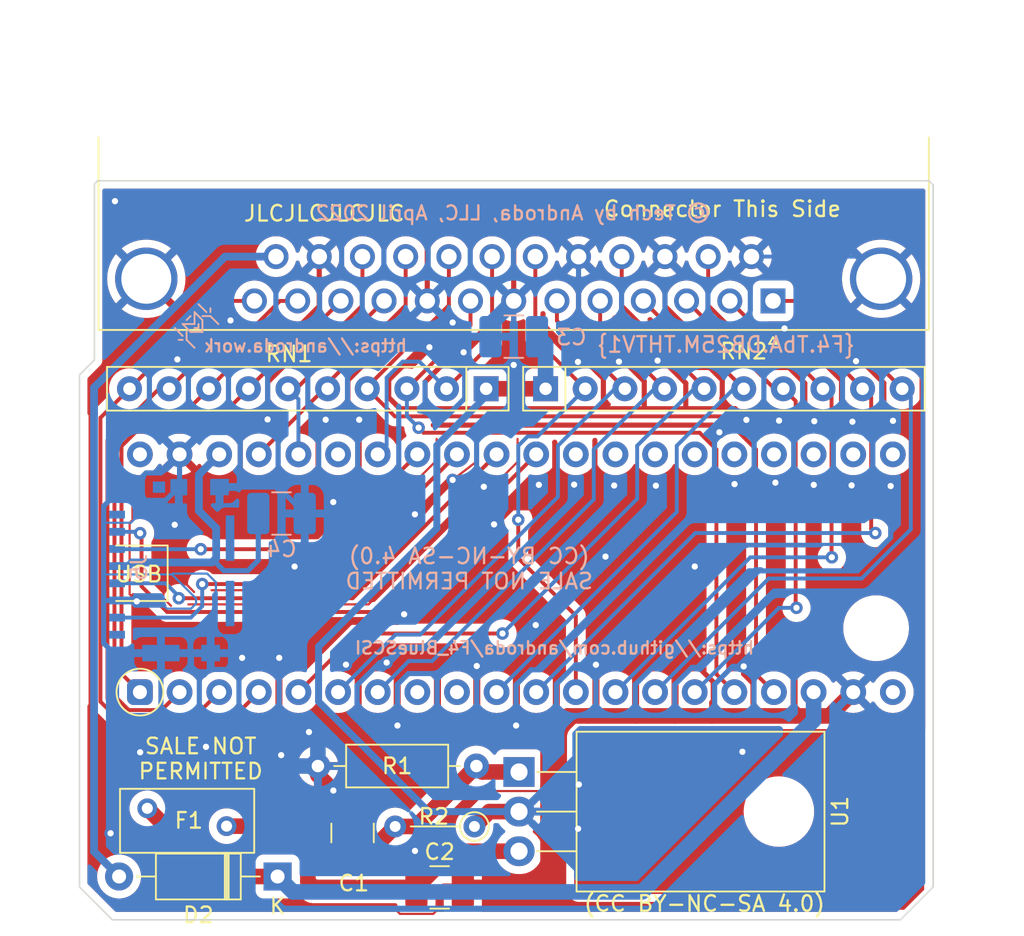
<source format=kicad_pcb>
(kicad_pcb (version 20211014) (generator pcbnew)
  (layers (0 "F.Cu" signal) (31 "B.Cu" signal) (34 "B.Paste" user) (35 "F.Paste" user) (36 "B.SilkS" user "B.Silkscreen") (37 "F.SilkS" user "F.Silkscreen") (38 "B.Mask" user) (39 "F.Mask" user) (44 "Edge.Cuts" user))
  (net 0 "")
  (net 1 "GND")
  (net 2 "+2V8")
  (net 3 "+5V")
  (net 13 "SD_CS")
  (net 14 "SD_CLK")
  (net 15 "SD_MISO")
  (net 16 "SD_MOSI")
  (net 17 "ATN")
  (net 18 "BSY")
  (net 19 "DBP")
  (net 20 "ACK")
  (net 21 "RST")
  (net 22 "MSG")
  (net 23 "SEL")
  (net 24 "CD")
  (net 25 "REQ")
  (net 26 "IO")
  (net 27 "DB7")
  (net 28 "DB6")
  (net 29 "DB5")
  (net 30 "DB4")
  (net 31 "DB3")
  (net 32 "DB2")
  (net 33 "DB1")
  (net 34 "DB0")
  (net 35 "+3V3")
  (net 36 "+5VP")
  (net 43 "+5F")
  (net 46 "Net-(C1-Pad1)")
  (footprint "MountingHole:MountingHole_3.2mm_M3" (layer "F.Cu") (at 153.42108 82.26552)
    (fp_text reference "REF**" hide)
    (fp_text value "MountingHole_3.2mm_M3")
  )
  (footprint "Capacitor_SMD:C_1210_3225Metric_Pad1.42x2.65mm_HandSolder" (layer "F.Cu") (at 125.44552 98.87966)
    (fp_text reference "C2")
    (fp_text value "10uF")
  )
  (footprint "CustomFootprints:Fuse_BelFuse_0ZRE0005FF_L8.3mm_W3.8mm" (layer "F.Cu") (at 106.71 93.81)
    (fp_text reference "F1")
    (fp_text value "Polyfuse")
  )
  (footprint "CustomFootprints:BluePillModule" (layer "F.Cu") (at 103.6955 78.74254 90)
    (fp_text reference "BP1" hide)
    (fp_text value "F4_Footprint")
  )
  (footprint "Capacitor_SMD:C_1210_3225Metric_Pad1.42x2.65mm_HandSolder" (layer "F.Cu") (at 119.86514 95.39064 90)
    (fp_text reference "C1")
    (fp_text value "10uF")
  )
  (footprint "Resistor_THT:R_Axial_DIN0207_L6.3mm_D2.5mm_P10.16mm_Horizontal" (layer "F.Cu") (at 127.80264 91.09964 180)
    (fp_text reference "R1")
    (fp_text value "154")
  )
  (footprint "Resistor_THT:R_Axial_DIN0204_L3.6mm_D1.6mm_P5.08mm_Vertical" (layer "F.Cu") (at 127.67564 94.97314 180)
    (fp_text reference "R2")
    (fp_text value "120")
  )
  (footprint "Resistor_THT:R_Array_SIP10" (layer "F.Cu") (at 128.426499 66.917516 180)
    (fp_text reference "RN1")
    (fp_text value "R_Network09")
  )
  (footprint "Resistor_THT:R_Array_SIP10" (layer "F.Cu") (at 132.236499 66.917517)
    (fp_text reference "RN2")
    (fp_text value "R_Network09")
  )
  (footprint "Package_TO_SOT_THT:TO-220-3_Horizontal_TabDown" (layer "F.Cu") (at 130.53314 91.48064 -90)
    (fp_text reference "U1")
    (fp_text value "LD1117VCD-2.85")
  )
  (footprint "Diode_THT:D_A-405_P10.16mm_Horizontal" (layer "F.Cu") (at 115.06 98.18 180)
    (fp_text reference "D2")
    (fp_text value "D")
  )
  (footprint "Connector_Dsub:DSUB-25_Male_Horizontal_P2.77x2.84mm_EdgePinOffset7.70mm_Housed_MountingHolesOffset9.12mm" (layer "F.Cu") (at 146.81354 61.288601 180)
    (fp_text reference "J4" hide)
    (fp_text value "DB25_Male_MountingHoles")
  )
  (footprint "Capacitor_SMD:C_1210_3225Metric_Pad1.42x2.65mm_HandSolder" (layer "B.Cu") (at 130.19626 63.57874 180)
    (fp_text reference "C3")
    (fp_text value "10uF")
  )
  (footprint "CustomFootprints:microsd_molex_1051620001" (layer "B.Cu") (at 108.34686 78.6464 90)
    (fp_text reference "J5")
    (fp_text value "MicroSD-105162-0001")
  )
  (footprint "CustomFootprints:SpaceshipBug" (layer "B.Cu") (at 106.68762 62.51448 -90)
    (fp_text reference "REF**" hide)
    (fp_text value "SpaceshipBug" hide)
  )
  (footprint "Capacitor_SMD:C_1210_3225Metric_Pad1.42x2.65mm_HandSolder" (layer "B.Cu") (at 115.30932 74.91476)
    (fp_text reference "C4")
    (fp_text value "10uF")
  )
  (gr_line (start 156.8069 53.58384) (end 103.52786 53.58384) (layer "Edge.Cuts") (width 0.1))
  (gr_line (start 103.52786 53.58384) (end 103.31958 53.79212) (layer "Edge.Cuts") (width 0.1))
  (gr_line (start 156.8069 53.58384) (end 157.07868 53.85562) (layer "Edge.Cuts") (width 0.1))
  (gr_line (start 102.362 98.85172) (end 104.46512 100.95484) (layer "Edge.Cuts") (width 0.1))
  (gr_line (start 157.07868 98.85172) (end 154.97556 100.95484) (layer "Edge.Cuts") (width 0.1))
  (gr_line (start 154.97556 100.95484) (end 104.46512 100.95484) (layer "Edge.Cuts") (width 0.1))
  (gr_line (start 103.31958 65.07226) (end 103.31958 53.79212) (layer "Edge.Cuts") (width 0.1))
  (gr_line (start 157.07868 53.85562) (end 157.07868 98.85172) (layer "Edge.Cuts") (width 0.1))
  (gr_line (start 102.362 66.02984) (end 103.31958 65.07226) (layer "Edge.Cuts") (width 0.1))
  (gr_line (start 102.362 98.85172) (end 102.362 66.02984) (layer "Edge.Cuts") (width 0.1))
  (gr_text "https://github.com/androda/F4_BlueSCSI" (at 132.81 83.53) (layer "B.SilkS") (effects (font (size 0.8 0.8)) (justify mirror)))
  (gr_text "{F4.TbA.DB25M.THTV1}" (at 143.79 64.09) (layer "B.SilkS") (effects (font (size 1 1)) (justify mirror)))
  (gr_text "(CC BY-NC-SA 4.0)\nSALE NOT PERMITTED" (at 127.34 78.45) (layer "B.SilkS") (effects (font (size 1 1)) (justify mirror)))
  (gr_text "© Tech by Androda, LLC, April 2022" (at 130.15468 55.65394) (layer "B.SilkS") (effects (font (size 0.9 0.9)) (justify mirror)))
  (gr_text "https://androda.work" (at 116.84508 64.17056) (layer "B.SilkS") (effects (font (size 0.8 0.8)) (justify mirror)))
  (gr_text "SALE NOT\nPERMITTED" (at 110.13 90.63) (layer "F.SilkS") (effects (font (size 1 1))))
  (gr_text "Connector This Side" (at 143.57 55.39) (layer "F.SilkS") (effects (font (size 1 1))))
  (gr_text "JLCJLCJLCJLC" (at 118.05 55.68) (layer "F.SilkS") (effects (font (size 1 1))))
  (gr_text "(CC BY-NC-SA 4.0)\n" (at 142.42 99.92) (layer "F.SilkS") (effects (font (size 1 1))))
  (segment (start 118.63357 92.67157) (end 119.86514 93.90314) (width 1) (layer "F.Cu") (net 1))
  (segment (start 123.169948 81.371708) (end 128.931938 75.609718) (width 0.5) (layer "F.Cu") (net 1))
  (segment (start 128.931938 75.609718) (end 130.077498 74.464158) (width 0.5) (layer "F.Cu") (net 1))
  (segment (start 114.41938 68.8848) (end 115.01882 68.8848) (width 0.33) (layer "F.Cu") (net 1))
  (segment (start 136.07796 77.67574) (end 138.6713 80.26908) (width 0.5) (layer "F.Cu") (net 1))
  (segment (start 126.2761 72.76084) (end 127.80518 71.586625) (width 0.14) (layer "F.Cu") (net 1))
  (segment (start 130.19354 65.39408) (end 130.19354 65.67754) (width 0.33) (layer "F.Cu") (net 1))
  (segment (start 109.965501 72.312541) (end 109.983281 72.312541) (width 0.33) (layer "F.Cu") (net 1))
  (segment (start 132.866378 74.464158) (end 136.07796 77.67574) (width 0.5) (layer "F.Cu") (net 1))
  (segment (start 138.005499 87.865899) (end 138.005499 85.306221) (width 0.45) (layer "F.Cu") (net 1))
  (segment (start 132.39496 92.40774) (end 132.39496 97.68078) (width 1) (layer "F.Cu") (net 1))
  (segment (start 117.65534 69.38772) (end 117.65534 71.94042) (width 0.33) (layer "F.Cu") (net 1))
  (segment (start 132.825501 70.354179) (end 132.81914 70.347818) (width 0.33) (layer "F.Cu") (net 1))
  (segment (start 132.39496 97.68078) (end 131.19608 98.87966) (width 1) (layer "F.Cu") (net 1))
  (segment (start 117.72854 61.627803) (end 116.407523 62.94882) (width 0.33) (layer "F.Cu") (net 1))
  (segment (start 125.68936 84.68868) (end 125.305499 85.072541) (width 0.45) (layer "F.Cu") (net 1))
  (segment (start 141.99849 65.55465) (end 138.93292 62.48908) (width 0.33) (layer "F.Cu") (net 1))
  (segment (start 118.14048 68.90258) (end 119.56542 68.90258) (width 0.33) (layer "F.Cu") (net 1))
  (segment (start 125.44806 99.662528) (end 125.46584 99.680308) (width 0.14) (layer "F.Cu") (net 1))
  (segment (start 111.7981 73.04024) (end 112.665499 72.172841) (width 0.33) (layer "F.Cu") (net 1))
  (segment (start 155.956 87.92464) (end 156.33733 88.30597) (width 0.33) (layer "F.Cu") (net 1))
  (segment (start 119.56542 68.90258) (end 120.28932 68.90258) (width 0.33) (layer "F.Cu") (net 1))
  (segment (start 115.606253 65.31356) (end 117.165603 65.31356) (width 0.33) (layer "F.Cu") (net 1))
  (segment (start 128.408939 92.703141) (end 132.099559 92.703141) (width 0.14) (layer "F.Cu") (net 1))
  (segment (start 142.985501 86.933741) (end 142.985501 85.716121) (width 0.33) (layer "F.Cu") (net 1))
  (segment (start 144.9324 85.198238) (end 145.53184 85.797678) (width 0.33) (layer "F.Cu") (net 1))
  (segment (start 153.5176 87.92464) (end 155.956 87.92464) (width 0.33) (layer "F.Cu") (net 1))
  (segment (start 147.55 63.05) (end 147.67234 63.17234) (width 0.33) (layer "F.Cu") (net 1))
  (segment (start 122.739986 81.80167) (end 123.169948 81.371708) (width 0.5) (layer "F.Cu") (net 1))
  (segment (start 156.33733 98.964225) (end 155.154435 100.14712) (width 0.33) (layer "F.Cu") (net 1))
  (segment (start 123.86056 74.96556) (end 118.99515 79.83097) (width 0.14) (layer "F.Cu") (net 1))
  (segment (start 142.91839 69.24823) (end 128.066568 69.24823) (width 0.33) (layer "F.Cu") (net 1))
  (segment (start 120.285499 68.906401) (end 120.285499 72.543681) (width 0.33) (layer "F.Cu") (net 1))
  (segment (start 122.901451 68.19667) (end 122.181498 67.476717) (width 0.33) (layer "F.Cu") (net 1))
  (segment (start 130.077498 74.464158) (end 132.866378 74.464158) (width 0.5) (layer "F.Cu") (net 1))
  (segment (start 107.73918 72.15886) (end 107.73918 79.33182) (width 0.14) (layer "F.Cu") (net 1))
  (segment (start 135.39724 72.39508) (end 135.39724 70.22825) (width 0.33) (layer "F.Cu") (net 1))
  (segment (start 123.86564 96.54032) (end 127.47752 92.92844) (width 0.33) (layer "F.Cu") (net 1))
  (segment (start 153.91638 66.553196) (end 152.511644 65.14846) (width 0.33) (layer "F.Cu") (net 1))
  (segment (start 138.56187 66.438686) (end 138.56187 68.19667) (width 0.33) (layer "F.Cu") (net 1))
  (segment (start 124.5115 66.484535) (end 124.5115 68.1602) (width 0.33) (layer "F.Cu") (net 1))
  (segment (start 148.851498 66.568314) (end 147.838044 65.55486) (width 0.33) (layer "F.Cu") (net 1))
  (segment (start 105.575659 75.518721) (end 105.85196 75.24242) (width 0.14) (layer "F.Cu") (net 1))
  (segment (start 112.665499 72.172841) (end 112.665499 69.315341) (width 0.33) (layer "F.Cu") (net 1))
  (segment (start 116.407523 62.94882) (end 114.42192 62.94882) (width 0.33) (layer "F.Cu") (net 1))
  (segment (start 138.56187 68.19667) (end 135.84915 68.19667) (width 0.33) (layer "F.Cu") (net 1))
  (segment (start 107.73918 79.33182) (end 107.73918 80.343742) (width 0.14) (layer "F.Cu") (net 1))
  (segment (start 127.47752 92.92844) (end 128.95072 92.92844) (width 0.33) (layer "F.Cu") (net 1))
  (segment (start 118.02618 97.4471) (end 118.02618 95.71736) (width 0.33) (layer "F.Cu") (net 1))
  (segment (start 126.416535 64.5795) (end 124.5115 66.484535) (width 0.33) (layer "F.Cu") (net 1))
  (segment (start 142.757834 65.55465) (end 141.99849 65.55465) (width 0.33) (layer "F.Cu") (net 1))
  (segment (start 117.64264 91.09964) (end 117.64264 91.68064) (width 1) (layer "F.Cu") (net 1))
  (segment (start 131.80568 73.0758) (end 132.825501 72.055979) (width 0.33) (layer "F.Cu") (net 1))
  (segment (start 114.41938 66.500433) (end 115.606253 65.31356) (width 0.33) (layer "F.Cu") (net 1))
  (segment (start 143.5615 67.476718) (end 143.5615 66.358316) (width 0.33) (layer "F.Cu") (net 1))
  (segment (start 149.45868 68.99656) (end 148.851498 68.389378) (width 0.33) (layer "F.Cu") (net 1))
  (segment (start 115.1636 84.16544) (end 117.52737 81.80167) (width 0.5) (layer "F.Cu") (net 1))
  (segment (start 130.19354 61.288601) (end 130.19354 57.79948) (width 0.33) (layer "F.Cu") (net 1))
  (segment (start 122.45031 97.95565) (end 118.53473 97.95565) (width 0.33) (layer "F.Cu") (net 1))
  (segment (start 151.9555 86.36254) (end 153.5176 87.92464) (width 0.33) (layer "F.Cu") (net 1))
  (segment (start 135.9415 66.259875) (end 135.9415 68.10432) (width 0.33) (layer "F.Cu") (net 1))
  (segment (start 156.33733 88.30597) (end 156.33733 98.964225) (width 0.33) (layer "F.Cu") (net 1))
  (segment (start 134.878345 65.19672) (end 135.9415 66.259875) (width 0.33) (layer "F.Cu") (net 1))
  (segment (start 134.72922 73.0631) (end 135.39724 72.39508) (width 0.33) (layer "F.Cu") (net 1))
  (segment (start 153.91638 68.38696) (end 153.91638 66.553196) (width 0.33) (layer "F.Cu") (net 1))
  (segment (start 135.46328 87.3633) (end 134.939039 87.887541) (width 0.45) (layer "F.Cu") (net 1))
  (segment (start 107.73918 80.343742) (end 108.227088 80.83165) (width 0.14) (layer "F.Cu") (net 1))
  (segment (start 112.78616 84.16544) (end 115.1636 84.16544) (width 0.5) (layer "F.Cu") (net 1))
  (segment (start 115.1636 84.16544) (end 115.145499 84.183541) (width 0.45) (layer "F.Cu") (net 1))
  (segment (start 143.52799 64.57463) (end 142.835367 64.57463) (width 0.33) (layer "F.Cu") (net 1))
  (segment (start 123.84786 72.53986) (end 124.218782 72.53986) (width 0.14) (layer "F.Cu") (net 1))
  (segment (start 145.53184 85.797678) (end 145.53184 87.26932) (width 0.33) (layer "F.Cu") (net 1))
  (segment (start 144.9324 84.71154) (end 144.9324 85.198238) (width 0.33) (layer "F.Cu") (net 1))
  (segment (start 139.41552 65.1129) (end 136.676882 62.374262) (width 0.33) (layer "F.Cu") (net 1))
  (segment (start 154.50312 68.9737) (end 155.36164 68.9737) (width 0.33) (layer "F.Cu") (net 1))
  (segment (start 108.7755 71.12254) (end 109.965501 72.312541) (width 0.33) (layer "F.Cu") (net 1))
  (segment (start 151.90216 69.02958) (end 151.205322 68.332742) (width 0.33) (layer "F.Cu") (net 1))
  (segment (start 124.5115 68.1602) (end 124.47503 68.19667) (width 0.33) (layer "F.Cu") (net 1))
  (segment (start 135.9415 68.10432) (end 135.84915 68.19667) (width 0.33) (layer "F.Cu") (net 1))
  (segment (start 148.265881 87.887541) (end 142.886699 87.887541) (width 1) (layer "F.Cu") (net 1))
  (segment (start 128.27762 73.20026) (end 121.85396 79.62392) (width 0.14) (layer "F.Cu") (net 1))
  (segment (start 124.280353 64.25946) (end 124.7902 64.25946) (width 0.33) (layer "F.Cu") (net 1))
  (segment (start 123.86564 96.54032) (end 122.45031 97.95565) (width 0.33) (layer "F.Cu") (net 1))
  (segment (start 106.0323 80.5434) (end 105.575659 80.086759) (width 0.14) (layer "F.Cu") (net 1))
  (segment (start 140.534659 87.887541) (end 138.027141 87.887541) (width 1) (layer "F.Cu") (net 1))
  (segment (start 125.44806 99.29368) (end 125.44806 99.662528) (width 0.14) (layer "F.Cu") (net 1))
  (segment (start 142.886699 87.887541) (end 140.534659 87.887541) (width 1) (layer "F.Cu") (net 1))
  (segment (start 125.25502 71.503622) (end 125.25502 70.13325) (width 0.14) (layer "F.Cu") (net 1))
  (segment (start 112.665499 69.315341) (end 113.09604 68.8848) (width 0.33) (layer "F.Cu") (net 1))
  (segment (start 118.07444 78.31328) (end 123.84786 72.53986) (width 0.14) (layer "F.Cu") (net 1))
  (segment (start 136.93902 65.18148) (end 134.34822 62.59068) (width 0.33) (layer "F.Cu") (net 1))
  (segment (start 120.038918 80.73775) (end 120.88999 80.73775) (width 0.14) (layer "F.Cu") (net 1))
  (segment (start 143.5615 66.358316) (end 142.757834 65.55465) (width 0.33) (layer "F.Cu") (net 1))
  (segment (start 139.41552 65.1129) (end 139.776084 65.1129) (width 0.33) (layer "F.Cu") (net 1))
  (segment (start 127.8255 84.68868) (end 127.8255 87.56904) (width 0.45) (layer "F.Cu") (net 1))
  (segment (start 147.42766 63.17234) (end 146.98472 63.17234) (width 0.33) (layer "F.Cu") (net 1))
  (segment (start 155.685501 70.156081) (end 155.685501 72.391259) (width 0.33) (layer "F.Cu") (net 1))
  (segment (start 126.93302 98.87966) (end 131.19608 98.87966) (width 1) (layer "F.Cu") (net 1))
  (segment (start 145.10766 68.91274) (end 144.39159 68.19667) (width 0.33) (layer "F.Cu") (net 1))
  (segment (start 128.18364 92.92844) (end 128.408939 92.703141) (width 0.14) (layer "F.Cu") (net 1))
  (segment (start 135.84915 68.19667) (end 124.47503 68.19667) (width 0.33) (layer "F.Cu") (net 1))
  (segment (start 105.43794 90.21572) (end 103.10876 87.88654) (width 0.33) (layer "F.Cu") (net 1))
  (segment (start 140.534659 87.887541) (end 140.534659 85.251021) (width 0.45) (layer "F.Cu") (net 1))
  (segment (start 150.430499 87.887541) (end 148.265881 87.887541) (width 1) (layer "F.Cu") (net 1))
  (segment (start 109.983281 72.312541) (end 110.71098 73.04024) (width 0.33) (layer "F.Cu") (net 1))
  (segment (start 124.426245 74.96556) (end 126.2761 72.76084) (width 0.14) (layer "F.Cu") (net 1))
  (segment (start 132.39496 89.143302) (end 132.39496 92.40774) (width 1) (layer "F.Cu") (net 1))
  (segment (start 120.10136 84.76996) (end 120.225499 84.894099) (width 0.45) (layer "F.Cu") (net 1))
  (segment (start 122.04954 84.47024) (end 122.725501 85.146201) (width 0.45) (layer "F.Cu") (net 1))
  (segment (start 143.53773 68.19667) (end 141.22167 68.19667) (width 0.33) (layer "F.Cu") (net 1))
  (segment (start 134.34822 62.59068) (end 134.34822 60.2107) (width 0.33) (layer "F.Cu") (net 1))
  (segment (start 125.03658 100.57638) (end 122.90298 100.57638) (width 0.14) (layer "F.Cu") (net 1))
  (segment (start 107.73918 79.33182) (end 109.093 79.33182) (width 0.14) (layer "F.Cu") (net 1))
  (segment (start 139.776084 65.1129) (end 141.22167 66.558486) (width 0.33) (layer "F.Cu") (net 1))
  (segment (start 149.504284 64.6811) (end 148.75764 64.6811) (width 0.33) (layer "F.Cu") (net 1))
  (segment (start 130.34772 87.58174) (end 130.3655 87.56396) (width 0.45) (layer "F.Cu") (net 1))
  (segment (start 138.027141 87.887541) (end 138.005499 87.865899) (width 0.45) (layer "F.Cu") (net 1))
  (segment (start 117.72854 58.448601) (end 117.72854 61.627803) (width 0.33) (layer "F.Cu") (net 1))
  (segment (start 136.93902 65.18148) (end 137.304664 65.18148) (width 0.33) (layer "F.Cu") (net 1))
  (segment (start 147.838044 65.55486) (end 146.42846 65.55486) (width 0.33) (layer "F.Cu") (net 1))
  (segment (start 142.835367 64.57463) (end 139.88796 61.627223) (width 0.33) (layer "F.Cu") (net 1))
  (segment (start 148.165499 87.787159) (end 148.165499 85.310659) (width 0.45) (layer "F.Cu") (net 1))
  (segment (start 143.53773 67.500488) (end 143.5615 67.476718) (width 0.33) (layer "F.Cu") (net 1))
  (segment (start 110.71098 73.04024) (end 111.7981 73.04024) (width 0.33) (layer "F.Cu") (net 1))
  (segment (start 148.265881 87.887541) (end 148.165499 87.787159) (width 0.45) (layer "F.Cu") (net 1))
  (segment (start 122.181498 67.476717) (end 122.181498 66.358315) (width 0.33) (layer "F.Cu") (net 1))
  (segment (start 148.851498 68.389378) (end 148.851498 66.568314) (width 0.33) (layer "F.Cu") (net 1))
  (segment (start 108.7755 71.12254) (end 107.73918 72.15886) (width 0.14) (layer "F.Cu") (net 1))
  (segment (start 144.25168 65.29832) (end 143.52799 64.57463) (width 0.33) (layer "F.Cu") (net 1))
  (segment (start 122.90298 100.57638) (end 122.66422 100.33762) (width 0.14) (layer "F.Cu") (net 1))
  (segment (start 143.37538 69.70522) (end 142.91839 69.24823) (width 0.33) (layer "F.Cu") (net 1))
  (segment (start 116.14912 78.31328) (end 118.07444 78.31328) (width 0.14) (layer "F.Cu") (net 1))
  (segment (start 139.88796 61.627223) (end 139.88796 60.83046) (width 0.33) (layer "F.Cu") (net 1))
  (segment (start 106.25074 90.21572) (end 105.43794 90.21572) (width 0.33) (layer "F.Cu") (net 1))
  (segment (start 118.14048 68.90258) (end 117.65534 69.38772) (width 0.33) (layer "F.Cu") (net 1))
  (segment (start 127.80518 71.586625) (end 127.80518 70.13325) (width 0.14) (layer "F.Cu") (net 1))
  (segment (start 132.099559 92.703141) (end 132.39496 92.40774) (width 0.14) (layer "F.Cu") (net 1))
  (segment (start 143.53773 68.19667) (end 143.53773 67.500488) (width 0.33) (layer "F.Cu") (net 1))
  (segment (start 124.47503 68.19667) (end 122.901451 68.19667) (width 0.33) (layer "F.Cu") (net 1))
  (segment (start 124.218782 72.53986) (end 125.25502 71.503622) (width 0.14) (layer "F.Cu") (net 1))
  (segment (start 127.8255 84.68868) (end 125.68936 84.68868) (width 0.45) (layer "F.Cu") (net 1))
  (segment (start 138.027141 87.887541) (end 134.939039 87.887541) (width 1) (layer "F.Cu") (net 1))
  (segment (start 122.181498 66.358315) (end 124.280353 64.25946) (width 0.33) (layer "F.Cu") (net 1))
  (segment (start 118.99515 79.83097) (end 110.824972 79.83097) (width 0.14) (layer "F.Cu") (net 1))
  (segment (start 128.066568 69.24823) (end 125.03912 69.24823) (width 0.33) (layer "F.Cu") (net 1))
  (segment (start 103.10876 87.88654) (end 103.10876 67.36588) (width 0.33) (layer "F.Cu") (net 1))
  (segment (start 124.65354 61.288601) (end 119.56542 66.376721) (width 0.33) (layer "F.Cu") (net 1))
  (segment (start 141.22167 66.558486) (end 141.22167 68.19667) (width 0.33) (layer "F.Cu") (net 1))
  (segment (start 123.86056 74.96556) (end 124.426245 74.96556) (width 0.14) (layer "F.Cu") (net 1))
  (segment (start 120.28932 68.90258) (end 120.285499 68.906401) (width 0.33) (layer "F.Cu") (net 1))
  (segment (start 151.205322 68.332742) (end 151.205322 66.382138) (width 0.33) (layer "F.Cu") (net 1))
  (segment (start 154.50312 68.9737) (end 155.685501 70.156081) (width 0.33) (layer "F.Cu") (net 1))
  (segment (start 128.843305 73.20026) (end 130.4417 71.601865) (width 0.14) (layer "F.Cu") (net 1))
  (segment (start 132.06855 62.95261) (end 132.06855 62.10429) (width 0.33) (layer "F.Cu") (net 1))
  (segment (start 150.15718 63.17234) (end 152.1333 65.14846) (width 0.33) (layer "F.Cu") (net 1))
  (segment (start 134.31266 65.19672) (end 132.06855 62.95261) (width 0.33) (layer "F.Cu") (net 1))
  (segment (start 132.0419 88.50376) (end 132.925499 87.620161) (width 0.45) (layer "F.Cu") (net 1))
  (segment (start 119.56542 66.376721) (end 119.56542 68.90258) (width 0.33) (layer "F.Cu") (net 1))
  (segment (start 109.093 79.33182) (end 109.70891 79.94773) (width 0.14) (layer "F.Cu") (net 1))
  (segment (start 134.31266 65.19672) (end 134.878345 65.19672) (width 0.33) (layer "F.Cu") (net 1))
  (segment (start 155.154435 100.14712) (end 154.22626 100.14712) (width 0.33) (layer "F.Cu") (net 1))
  (segment (start 147.55 63.05) (end 147.42766 63.17234) (width 0.33) (layer "F.Cu") (net 1))
  (segment (start 120.88999 80.73775) (end 122.73026 78.89748) (width 0.14) (layer "F.Cu") (net 1))
  (segment (start 120.038918 80.73775) (end 109.34192 80.73775) (width 0.14) (layer "F.Cu") (net 1))
  (segment (start 152.511644 65.14846) (end 152.1333 65.14846) (width 0.33) (layer "F.Cu") (net 1))
  (segment (start 126.98222 64.5795) (end 126.416535 64.5795) (width 0.33) (layer "F.Cu") (net 1))
  (segment (start 156.37002 67.96532) (end 156.37002 65.913) (width 0.33) (layer "F.Cu") (net 1))
  (segment (start 151.205322 66.382138) (end 149.504284 64.6811) (width 0.33) (layer "F.Cu") (net 1))
  (segment (start 124.65354 61.288601) (end 124.65354 57.52034) (width 0.33) (layer "F.Cu") (net 1))
  (segment (start 142.886699 87.032543) (end 142.985501 86.933741) (width 0.33) (layer "F.Cu") (net 1))
  (segment (start 134.939039 87.887541) (end 133.650721 87.887541) (width 1) (layer "F.Cu") (net 1))
  (segment (start 125.46584 100.14712) (end 125.03658 100.57638) (width 0.14) (layer "F.Cu") (net 1))
  (segment (start 130.4417 71.601865) (end 130.4417 70.13325) (width 0.14) (layer "F.Cu") (net 1))
  (segment (start 132.925499 87.620161) (end 132.925499 85.247801) (width 0.45) (layer "F.Cu") (net 1))
  (segment (start 120.225499 84.894099) (end 120.225499 87.175019) (width 0.45) (layer "F.Cu") (net 1))
  (segment (start 128.27762 73.20026) (end 128.843305 73.20026) (width 0.14) (layer "F.Cu") (net 1))
  (segment (start 130.19354 61.288601) (end 130.19354 65.39408) (width 0.33) (layer "F.Cu") (net 1))
  (segment (start 147.67234 63.17234) (end 150.15718 63.17234) (width 0.33) (layer "F.Cu") (net 1))
  (segment (start 127.47752 92.92844) (end 128.18364 92.92844) (width 0.14) (layer "F.Cu") (net 1))
  (segment (start 154.50312 68.9737) (end 153.91638 68.38696) (width 0.33) (layer "F.Cu") (net 1))
  (segment (start 113.09604 68.8848) (end 114.41938 68.8848) (width 0.33) (layer "F.Cu") (net 1))
  (segment (start 130.34772 88.50376) (end 132.0419 88.50376) (width 0.45) (layer "F.Cu") (net 1))
  (segment (start 155.36164 68.9737) (end 156.37002 67.96532) (width 0.33) (layer "F.Cu") (net 1))
  (segment (start 141.22167 68.19667) (end 138.56187 68.19667) (width 0.33) (layer "F.Cu") (net 1))
  (segment (start 132.825501 72.055979) (end 132.825501 70.354179) (width 0.33) (layer "F.Cu") (net 1))
  (segment (start 115.145499 84.183541) (end 115.145499 87.404261) (width 0.45) (layer "F.Cu") (net 1))
  (segment (start 120.10136 83.9724) (end 120.10136 84.76996) (width 0.45) (layer "F.Cu") (net 1))
  (segment (start 125.305499 85.072541) (end 125.305499 87.378219) (width 0.45) (layer "F.Cu") (net 1))
  (segment (start 125.46584 99.680308) (end 125.46584 100.14712) (width 0.14) (layer "F.Cu") (net 1))
  (segment (start 137.304664 65.18148) (end 138.56187 66.438686) (width 0.33) (layer "F.Cu") (net 1))
  (segment (start 135.46328 84.6074) (end 135.46328 87.3633) (width 0.45) (layer "F.Cu") (net 1))
  (segment (start 130.3655 87.56396) (end 130.3655 85.22208) (width 0.45) (layer "F.Cu") (net 1))
  (segment (start 130.34772 88.50376) (end 130.34772 87.58174) (width 0.45) (layer "F.Cu") (net 1))
  (segment (start 114.41938 68.8848) (end 114.41938 66.500433) (width 0.33) (layer "F.Cu") (net 1))
  (segment (start 118.53473 97.95565) (end 118.02618 97.4471) (width 0.33) (layer "F.Cu") (net 1))
  (segment (start 125.86208 98.87966) (end 125.44806 99.29368) (width 0.33) (layer "F.Cu") (net 1))
  (segment (start 122.725501 85.146201) (end 122.725501 87.286779) (width 0.45) (layer "F.Cu") (net 1))
  (segment (start 151.9555 86.36254) (end 150.430499 87.887541) (width 1) (layer "F.Cu") (net 1))
  (segment (start 144.39159 68.19667) (end 143.53773 68.19667) (width 0.33) (layer "F.Cu") (net 1))
  (segment (start 133.650721 87.887541) (end 132.39496 89.143302) (width 1) (layer "F.Cu") (net 1))
  (segment (start 126.93302 98.87966) (end 125.86208 98.87966) (width 0.33) (layer "F.Cu") (net 1))
  (segment (start 142.886699 87.887541) (end 142.886699 87.032543) (width 0.33) (layer "F.Cu") (net 1))
  (segment (start 117.64264 91.68064) (end 118.63357 92.67157) (width 1) (layer "F.Cu") (net 1))
  (segment (start 142.985501 85.716121) (end 142.28826 85.01888) (width 0.33) (layer "F.Cu") (net 1))
  (segment (start 134.06628 73.0631) (end 134.72922 73.0631) (width 0.33) (layer "F.Cu") (net 1))
  (segment (start 117.52737 81.80167) (end 122.739986 81.80167) (width 0.5) (layer "F.Cu") (net 1))
  (segment (start 105.575659 80.086759) (end 105.575659 75.518721) (width 0.14) (layer "F.Cu") (net 1))
  (via (at 104.35336 95.41002) (size 0.8) (drill 0.4) (layers "F.Cu" "B.Cu") (net 1))
  (via (at 108.6358 65.0367) (size 0.8) (drill 0.4) (layers "F.Cu" "B.Cu") (net 1))
  (via (at 106.25074 90.21572) (size 0.8) (drill 0.4) (layers "F.Cu" "B.Cu") (net 1))
  (via (at 120.28932 68.90258) (size 0.8) (drill 0.4) (layers "F.Cu" "B.Cu") (net 1))
  (via (at 127.8255 84.68868) (size 0.8) (drill 0.4) (layers "F.Cu" "B.Cu") (net 1))
  (via (at 116.14912 78.31328) (size 0.8) (drill 0.4) (layers "F.Cu" "B.Cu") (net 1))
  (via (at 118.14048 68.90258) (size 0.8) (drill 0.4) (layers "F.Cu" "B.Cu") (net 1))
  (via (at 151.85136 73.11136) (size 0.8) (drill 0.4) (layers "F.Cu" "B.Cu") (net 1))
  (via (at 123.86056 74.96556) (size 0.8) (drill 0.4) (layers "F.Cu" "B.Cu") (net 1))
  (via (at 134.06628 73.0631) (size 0.8) (drill 0.4) (layers "F.Cu" "B.Cu") (net 1))
  (via (at 124.7902 64.25946) (size 0.8) (drill 0.4) (layers "F.Cu" "B.Cu") (net 1))
  (via (at 152.1333 65.14846) (size 0.8) (drill 0.4) (layers "F.Cu" "B.Cu") (net 1))
  (via (at 114.41938 68.8848) (size 0.8) (drill 0.4) (layers "F.Cu" "B.Cu") (net 1))
  (via (at 139.3063 73.13168) (size 0.8) (drill 0.4) (layers "F.Cu" "B.Cu") (net 1))
  (via (at 145.10766 68.91274) (size 0.8) (drill 0.4) (layers "F.Cu" "B.Cu") (net 1))
  (via (at 146.96694 72.9361) (size 0.8) (drill 0.4) (layers "F.Cu" "B.Cu") (net 1))
  (via (at 154.3558 73.15454) (size 0.8) (drill 0.4) (layers "F.Cu" "B.Cu") (net 1))
  (via (at 122.04954 84.47024) (size 0.8) (drill 0.4) (layers "F.Cu" "B.Cu") (net 1))
  (via (at 122.74296 88.50376) (size 0.8) (drill 0.4) (layers "F.Cu" "B.Cu") (net 1))
  (via (at 123.86564 96.54032) (size 0.8) (drill 0.4) (layers "F.Cu" "B.Cu") (net 1))
  (via (at 126.27864 62.67196) (size 0.8) (drill 0.4) (layers "F.Cu" "B.Cu") (net 1))
  (via (at 147.55 63.05) (size 0.8) (drill 0.4) (layers "F.Cu" "B.Cu") (net 1))
  (via (at 130.19354 65.39408) (size 0.8) (drill 0.4) (layers "F.Cu" "B.Cu") (net 1))
  (via (at 112.78616 84.16544) (size 0.8) (drill 0.4) (layers "F.Cu" "B.Cu") (net 1))
  (via (at 115.1636 84.16544) (size 0.8) (drill 0.4) (layers "F.Cu" "B.Cu") (net 1))
  (via (at 149.42566 73.07834) (size 0.8) (drill 0.4) (layers "F.Cu" "B.Cu") (net 1))
  (via (at 106.0323 80.5434) (size 0.8) (drill 0.4) (layers "F.Cu" "B.Cu") (net 1))
  (via (at 130.34772 88.50376) (size 0.8) (drill 0.4) (layers "F.Cu" "B.Cu") (net 1))
  (via (at 143.37538 69.70522) (size 0.8) (drill 0.4) (layers "F.Cu" "B.Cu") (net 1))
  (via (at 134.31266 65.19672) (size 0.8) (drill 0.4) (layers "F.Cu" "B.Cu") (net 1))
  (via (at 128.931938 75.609718) (size 0.8) (drill 0.4) (layers "F.Cu" "B.Cu") (net 1))
  (via (at 144.9324 84.71154) (size 0.8) (drill 0.4) (layers "F.Cu" "B.Cu") (net 1))
  (via (at 123.169948 81.371708) (size 0.8) (drill 0.4) (layers "F.Cu" "B.Cu") (net 1))
  (via (at 108.46562 75.63612) (size 0.8) (drill 0.4) (layers "F.Cu" "B.Cu") (net 1))
  (via (at 144.3482 73.03008) (size 0.8) (drill 0.4) (layers "F.Cu" "B.Cu") (net 1))
  (via (at 118.62816 74.1807) (size 0.8) (drill 0.4) (layers "F.Cu" "B.Cu") (net 1))
  (via (at 135.46328 84.6074) (size 0.8) (drill 0.4) (layers "F.Cu" "B.Cu") (net 1))
  (via (at 131.60502 82.06486) (size 0.8) (drill 0.4) (layers "F.Cu" "B.Cu") (net 1))
  (via (at 110.47 89.87) (size 0.8) (drill 0.4) (layers "F.Cu" "B.Cu") (net 1))
  (via (at 115.28933 90.40241) (size 0.8) (drill 0.4) (layers "F.Cu" "B.Cu") (net 1))
  (via (at 151.90216 69.02958) (size 0.8) (drill 0.4) (layers "F.Cu" "B.Cu") (net 1))
  (via (at 139.41552 65.1129) (size 0.8) (drill 0.4) (layers "F.Cu" "B.Cu") (net 1))
  (via (at 104.6353 54.89448) (size 0.8) (drill 0.4) (layers "F.Cu" "B.Cu") (net 1))
  (via (at 149.45868 68.99656) (size 0.8) (drill 0.4) (layers "F.Cu" "B.Cu") (net 1))
  (via (at 154.50312 68.9737) (size 0.8) (drill 0.4) (layers "F.Cu" "B.Cu") (net 1))
  (via (at 141.79804 78.31074) (size 0.8) (drill 0.4) (layers "F.Cu" "B.Cu") (net 1))
  (via (at 117.07114 88.92032) (size 0.8) (drill 0.4) (layers "F.Cu" "B.Cu") (net 1))
  (via (at 136.93902 65.18148) (size 0.8) (drill 0.4) (layers "F.Cu" "B.Cu") (net 1))
  (via (at 136.07796 77.67574) (size 0.8) (drill 0.4) (layers "F.Cu" "B.Cu") (net 1))
  (via (at 131.80568 73.0758) (size 0.8) (drill 0.4) (layers "F.Cu" "B.Cu") (net 1))
  (via (at 126.2761 72.76084) (size 0.8) (drill 0.4) (layers "F.Cu" "B.Cu") (net 1))
  (via (at 112.04194 62.53988) (size 0.8) (drill 0.4) (layers "F.Cu" "B.Cu") (net 1))
  (via (at 128.27762 73.20026) (size 0.8) (drill 0.4) (layers "F.Cu" "B.Cu") (net 1))
  (via (at 126.98222 64.5795) (size 0.8) (drill 0.4) (layers "F.Cu" "B.Cu") (net 1))
  (via (at 118.63357 92.67157) (size 0.8) (drill 0.4) (layers "F.Cu" "B.Cu") (net 1))
  (via (at 136.63168 73.11898) (size 0.8) (drill 0.4) (layers "F.Cu" "B.Cu") (net 1))
  (via (at 147.20062 68.961) (size 0.8) (drill 0.4) (layers "F.Cu" "B.Cu") (net 1))
  (via (at 119.44096 84.60232) (size 0.8) (drill 0.4) (layers "F.Cu" "B.Cu") (net 1))
  (segment (start 117.07114 88.92032) (end 117.07114 88.92032) (width 1) (layer "B.Cu") (net 1))
  (segment (start 115.28933 90.40241) (end 115.26012 90.3732) (width 1) (layer "B.Cu") (net 1))
  (segment (start 128.27762 73.20026) (end 127.81534 72.73798) (width 0.33) (layer "B.Cu") (net 1))
  (segment (start 118.14048 68.90258) (end 119.00408 68.90258) (width 0.33) (layer "B.Cu") (net 1))
  (segment (start 126.98222 64.5795) (end 126.98222 65.9003) (width 0.33) (layer "B.Cu") (net 1))
  (segment (start 143.37538 69.70522) (end 143.06296 70.01764) (width 0.33) (layer "B.Cu") (net 1))
  (segment (start 137.98804 87.3506) (end 138.4808 87.84336) (width 0.33) (layer "B.Cu") (net 1))
  (segment (start 137.98804 87.1347) (end 137.98804 87.3506) (width 0.33) (layer "B.Cu") (net 1))
  (segment (start 129.65938 59.74334) (end 130.17754 59.22518) (width 0.33) (layer "B.Cu") (net 1))
  (segment (start 134.16491 58.448601) (end 134.34854 58.448601) (width 0.25) (layer "B.Cu") (net 1))
  (segment (start 108.289901 78.818281) (end 109.83337 80.36175) (width 0.14) (layer "B.Cu") (net 1))
  (segment (start 144.9324 84.71154) (end 147.57654 84.71154) (width 0.33) (layer "B.Cu") (net 1))
  (segment (start 108.7755 71.12254) (end 107.585499 72.312541) (width 0.33) (layer "B.Cu") (net 1))
  (segment (start 103.911859 78.818281) (end 103.911859 75.494339) (width 0.33) (layer "B.Cu") (net 1))
  (segment (start 151.90216 69.02958) (end 151.26716 68.39458) (width 0.33) (layer "B.Cu") (net 1))
  (segment (start 121.0691 59.83224) (end 121.43232 59.83224) (width 0.33) (layer "B.Cu") (net 1))
  (segment (start 145.42854 58.448601) (end 152.32354 58.448601) (width 0.25) (layer "B.Cu") (net 1))
  (segment (start 110.17758 69.72046) (end 112.09782 69.72046) (width 0.33) (layer "B.Cu") (net 1))
  (segment (start 144.423881 59.478661) (end 145.15592 60.2107) (width 0.33) (layer "B.Cu") (net 1))
  (segment (start 152.32354 58.448601) (end 153.74354 59.868601) (width 0.25) (layer "B.Cu") (net 1))
  (segment (start 136.93902 65.18148) (end 136.49452 65.62598) (width 0.33) (layer "B.Cu") (net 1))
  (segment (start 106.627919 72.312541) (end 106.2101 72.73036) (width 0.33) (layer "B.Cu") (net 1))
  (segment (start 147.20062 68.961) (end 147.83816 68.961) (width 0.33) (layer "B.Cu") (net 1))
  (segment (start 143.07058 85.866258) (end 143.07058 87.01532) (width 0.33) (layer "B.Cu") (net 1))
  (segment (start 117.69344 72.28332) (end 117.69344 68.90258) (width 0.33) (layer "B.Cu") (net 1))
  (segment (start 127.0515 67.53536) (end 125.89764 68.68922) (width 0.33) (layer "B.Cu") (net 1))
  (segment (start 109.83337 80.692202) (end 109.512831 81.012741) (width 0.14) (layer "B.Cu") (net 1))
  (segment (start 115.09502 71.583262) (end 115.09502 72.14616) (width 0.33) (layer "B.Cu") (net 1))
  (segment (start 112.665499 70.288139) (end 112.665499 73.138041) (width 0.33) (layer "B.Cu") (net 1))
  (segment (start 143.06296 70.01764) (end 143.06296 72.02424) (width 0.33) (layer "B.Cu") (net 1))
  (segment (start 103.911859 75.494339) (end 103.923921 75.506401) (width 0.14) (layer "B.Cu") (net 1))
  (segment (start 114.95024 60.3758) (end 114.95024 62.02426) (width 0.33) (layer "B.Cu") (net 1))
  (segment (start 127.42418 63.57874) (end 126.98222 64.0207) (width 0.33) (layer "B.Cu") (net 1))
  (segment (start 138.4808 87.84336) (end 140.1191 87.84336) (width 0.33) (layer "B.Cu") (net 1))
  (segment (start 108.7755 71.12254) (end 108.7755 73.17776) (width 0.33) (layer "B.Cu") (net 1))
  (segment (start 127.4064 59.3217) (end 127.4064 57.76722) (width 0.33) (layer "B.Cu") (net 1))
  (segment (start 115.27028 73.38822) (end 116.79682 74.91476) (width 0.33) (layer "B.Cu") (net 1))
  (segment (start 107.957061 81.012741) (end 107.50804 80.56372) (width 0.14) (layer "B.Cu") (net 1))
  (segment (start 135.46328 84.6074) (end 134.169438 84.6074) (width 0.33) (layer "B.Cu") (net 1))
  (segment (start 154.3558 76.45654) (end 153.21788 77.59446) (width 0.33) (layer "B.Cu") (net 1))
  (segment (start 141.699759 82.157079) (end 137.98804 85.868798) (width 0.33) (layer "B.Cu") (net 1))
  (segment (start 137.98804 85.868798) (end 137.98804 87.1347) (width 0.33) (layer "B.Cu") (net 1))
  (segment (start 124.5115 68.28098) (end 124.5115 66.4979) (width 0.33) (layer "B.Cu") (net 1))
  (segment (start 118.941999 59.66206) (end 119.1641 59.66206) (width 0.33) (layer "B.Cu") (net 1))
  (segment (start 110.76686 83.8614) (end 109.53928 83.8614) (width 0.33) (layer "B.Cu") (net 1))
  (segment (start 136.49452 65.62598) (end 136.2456 65.62598) (width 0.33) (layer "B.Cu") (net 1))
  (segment (start 126.48438 59.86272) (end 126.86538 59.86272) (width 0.33) (layer "B.Cu") (net 1))
  (segment (start 145.10766 68.91274) (end 144.16786 68.91274) (width 0.33) (layer "B.Cu") (net 1))
  (segment (start 120.15216 60.06084) (end 120.48744 60.39612) (width 0.33) (layer "B.Cu") (net 1))
  (segment (start 124.7902 59.38266) (end 124.71146 59.30392) (width 0.33) (layer "B.Cu") (net 1))
  (segment (start 140.29944 60.12942) (end 140.0937 60.12942) (width 0.33) (layer "B.Cu") (net 1))
  (segment (start 144.9959 73.03008) (end 145.6055 72.42048) (width 0.33) (layer "B.Cu") (net 1))
  (segment (start 107.57408 65.0367) (end 106.84256 65.76822) (width 0.33) (layer "B.Cu") (net 1))
  (segment (start 120.50522 60.39612) (end 121.0691 59.83224) (width 0.33) (layer "B.Cu") (net 1))
  (segment (start 115.98656 91.09964) (end 115.28933 90.40241) (width 1) (layer "B.Cu") (net 1))
  (segment (start 152.51684 76.89342) (end 153.21788 77.59446) (width 0.2) (layer "B.Cu") (net 1))
  (segment (start 138.763539 59.573602) (end 138.145078 59.573602) (width 0.33) (layer "B.Cu") (net 1))
  (segment (start 147.83816 68.961) (end 148.70938 68.08978) (width 0.33) (layer "B.Cu") (net 1))
  (segment (start 119.95658 60.06084) (end 120.15216 60.06084) (width 0.33) (layer "B.Cu") (net 1))
  (segment (start 109.601 68.67906) (end 109.34446 68.42252) (width 0.33) (layer "B.Cu") (net 1))
  (segment (start 128.931938 75.609718) (end 128.931938 73.854578) (width 0.33) (layer "B.Cu") (net 1))
  (segment (start 124.65354 61.288601) (end 125.59102 60.35112) (width 0.33) (layer "B.Cu") (net 1))
  (segment (start 139.88854 58.448601) (end 141.013541 59.573602) (width 0.25) (layer "B.Cu") (net 1))
  (segment (start 145.59534 85.37448) (end 145.59534 87.24646) (width 0.33) (layer "B.Cu") (net 1))
  (segment (start 144.423881 59.453261) (end 145.42854 58.448601) (width 0.25) (layer "B.Cu") (net 1))
  (segment (start 125.59102 60.35112) (end 125.778541 60.1636) (width 0.33) (layer "B.Cu") (net 1))
  (segment (start 112.41278 68.8848) (end 112.20704 68.67906) (width 0.33) (layer "B.Cu") (net 1))
  (segment (start 120.19026 72.3138) (end 120.69318 72.81672) (width 0.33) (layer "B.Cu") (net 1))
  (segment (start 109.83337 80.36175) (end 109.83337 80.692202) (width 0.14) (layer "B.Cu") (net 1))
  (segment (start 115.09846 73.2164) (end 115.27028 73.38822) (width 0.33) (layer "B.Cu") (net 1))
  (segment (start 108.342223 78.765959) (end 110.549981 78.765959) (width 0.14) (layer "B.Cu") (net 1))
  (segment (start 127.8255 84.68868) (end 127.8255 87.59952) (width 0.33) (layer "B.Cu") (net 1))
  (segment (start 124.28728 88.50376) (end 125.2855 87.50554) (width 0.33) (layer "B.Cu") (net 1))
  (segment (start 145.266488 78.59035) (end 141.699759 82.157079) (width 0.33) (layer "B.Cu") (net 1))
  (segment (start 135.46328 84.6074) (end 135.46328 87.50046) (width 0.33) (layer "B.Cu") (net 1))
  (segment (start 121.606598 84.47024) (end 120.14962 85.927218) (width 0.33) (layer "B.Cu") (net 1))
  (segment (start 134.169438 84.6074) (end 132.9309 85.845938) (width 0.33) (layer "B.Cu") (net 1))
  (segment (start 111.33686 73.2164) (end 112.58714 73.2164) (width 0.33) (layer "B.Cu") (net 1))
  (segment (start 123.444299 85.172539) (end 125.126739 85.172539) (width 0.33) (layer "B.Cu") (net 1))
  (segment (start 140.51534 85.881498) (end 141.619258 84.77758) (width 0.33) (layer "B.Cu") (net 1))
  (segment (start 117.75186 60.35802) (end 117.75186 61.93536) (width 0.33) (layer "B.Cu") (net 1))
  (segment (start 141.79804 78.31074) (end 143.08836 78.31074) (width 0.2) (layer "B.Cu") (net 1))
  (segment (start 140.0937 60.12942) (end 139.8905 60.33262) (width 0.33) (layer "B.Cu") (net 1))
  (segment (start 131.306858 84.92998) (end 131.9022 84.92998) (width 0.33) (layer "B.Cu") (net 1))
  (segment (start 116.79682 73.17994) (end 117.69344 72.28332) (width 0.33) (layer "B.Cu") (net 1))
  (segment (start 140.855258 59.573602) (end 140.29944 60.12942) (width 0.33) (layer "B.Cu") (net 1))
  (segment (start 126.98222 65.9003) (end 127.0515 65.96958) (width 0.33) (layer "B.Cu") (net 1))
  (segment (start 125.778541 60.1636) (end 125.594 60.1636) (width 0.33) (layer "B.Cu") (net 1))
  (segment (start 110.70082 84.90966) (end 112.14862 84.90966) (width 0.33) (layer "B.Cu") (net 1))
  (segment (start 144.16786 68.91274) (end 143.37538 69.70522) (width 0.33) (layer "B.Cu") (net 1))
  (segment (start 144.50568 76.89342) (end 152.51684 76.89342) (width 0.2) (layer "B.Cu") (net 1))
  (segment (start 149.45868 68.99656) (end 150.68296 70.22084) (width 0.33) (layer "B.Cu") (net 1))
  (segment (start 124.81306 59.38266) (end 124.7902 59.38266) (width 0.33) (layer "B.Cu") (net 1))
  (segment (start 110.47 89.87) (end 110.04296 90.29704) (width 0.33) (layer "B.Cu") (net 1))
  (segment (start 116.543021 59.63412) (end 116.86032 59.63412) (width 0.33) (layer "B.Cu") (net 1))
  (segment (start 137.53338 60.02274) (end 137.10666 60.44946) (width 0.33) (layer "B.Cu") (net 1))
  (segment (start 145.67408 68.91274) (end 146.2278 68.35902) (width 0.33) (layer "B.Cu") (net 1))
  (segment (start 140.51534 87.44712) (end 140.51534 85.881498) (width 0.33) (layer "B.Cu") (net 1))
  (segment (start 111.9124 68.38442) (end 111.9124 65.99174) (width 0.33) (layer "B.Cu") (net 1))
  (segment (start 109.53928 83.8614) (end 109.53928 84.7819) (width 0.33) (layer "B.Cu") (net 1))
  (segment (start 117.69344 68.90258) (end 118.14048 68.90258) (width 0.33) (layer "B.Cu") (net 1))
  (segment (start 117.47754 60.0837) (end 117.75186 60.35802) (width 0.33) (layer "B.Cu") (net 1))
  (segment (start 109.34446 68.42252) (end 109.34446 65.97142) (width 0.33) (layer "B.Cu") (net 1))
  (segment (start 110.47 89.87) (end 110.04296 89.44296) (width 0.33) (layer "B.Cu") (net 1))
  (segment (start 110.3249 85.28558) (end 110.70082 84.90966) (width 0.33) (layer "B.Cu") (net 1))
  (segment (start 142.98422 59.91606) (end 142.64132 60.25896) (width 0.33) (layer "B.Cu") (net 1))
  (segment (start 144.9324 84.71154) (end 144.225298 84.71154) (width 0.33) (layer "B.Cu") (net 1))
  (segment (start 129.60096 59.74334) (end 129.65938 59.74334) (width 0.33) (layer "B.Cu") (net 1))
  (segment (start 148.70938 68.08978) (end 148.70938 65.81648) (width 0.33) (layer "B.Cu") (net 1))
  (segment (start 119.1641 59.66206) (end 119.1641 57.91708) (width 0.33) (layer "B.Cu") (net 1))
  (segment (start 112.58714 73.2164) (end 115.09846 73.2164) (width 0.33) (layer "B.Cu") (net 1))
  (segment (start 112.20704 68.67906) (end 111.9124 68.38442) (width 0.33) (layer "B.Cu") (net 1))
  (segment (start 132.9309 85.845938) (end 132.9309 87.4268) (width 0.33) (layer "B.Cu") (net 1))
  (segment (start 153.77922 68.2498) (end 153.77922 65.73774) (width 0.33) (layer "B.Cu") (net 1))
  (segment (start 143.07058 87.01532) (end 143.07058 87.20074) (width 0.33) (layer "B.Cu") (net 1))
  (segment (start 122.825499 72.094101) (end 122.825499 68.037721) (width 0.33) (layer "B.Cu") (net 1))
  (segment (start 111.44758 100.2157) (end 139.97432 100.2157) (width 0.33) (layer "B.Cu") (net 1))
  (segment (start 151.26716 68.39458) (end 151.26716 66.02222) (width 0.33) (layer "B.Cu") (net 1))
  (segment (start 108.289901 78.818281) (end 108.342223 78.765959) (width 0.14) (layer "B.Cu") (net 1))
  (segment (start 126.98222 64.0207) (end 126.98222 64.5795) (width 0.33) (layer "B.Cu") (net 1))
  (segment (start 130.17754 59.22518) (end 130.17754 57.79516) (width 0.33) (layer "B.Cu") (net 1))
  (segment (start 129.068539 60.1636) (end 129.1807 60.1636) (width 0.33) (layer "B.Cu") (net 1))
  (segment (start 117.72854 58.448601) (end 116.603539 57.3236) (width 0.25) (layer "B.Cu") (net 1))
  (segment (start 107.58186 83.8614) (end 107.58186 87.4422) (width 0.33) (layer "B.Cu") (net 1))
  (segment (start 139.8905 60.33262) (end 139.8905 61.8109) (width 0.33) (layer "B.Cu") (net 1))
  (segment (start 122.74296 88.50376) (end 122.74296 85.873878) (width 0.33) (layer "B.Cu") (net 1))
  (segment (start 117.64264 91.09964) (end 117.64264 89.49182) (width 1) (layer "B.Cu") (net 1))
  (segment (start 124.91974 68.68922) (end 124.5115 68.28098) (width 0.33) (layer "B.Cu") (net 1))
  (segment (start 122.04954 84.47024) (end 121.606598 84.47024) (width 0.33) (layer "B.Cu") (net 1))
  (segment (start 115.58778 59.9948) (end 115.33124 59.9948) (width 0.33) (layer "B.Cu") (net 1))
  (segment (start 128.72654 62.755601) (end 130.19354 61.288601) (width 1) (layer "B.Cu") (net 1))
  (segment (start 150.68296 70.22084) (end 150.68296 72.14362) (width 0.33) (layer "B.Cu") (net 1))
  (segment (start 107.87924 74.07402) (end 108.72686 73.2264) (width 0.33) (layer "B.Cu") (net 1))
  (segment (start 144.303539 59.573602) (end 143.743238 59.573602) (width 0.33) (layer "B.Cu") (net 1))
  (segment (start 154.50312 68.9737) (end 153.77922 68.2498) (width 0.33) (layer "B.Cu") (net 1))
  (segment (start 144.9324 84.71154) (end 145.59534 85.37448) (width 0.33) (layer "B.Cu") (net 1))
  (segment (start 122.702052 81.371708) (end 123.169948 81.371708) (width 0.33) (layer "B.Cu") (net 1))
  (segment (start 103.911859 78.818281) (end 108.289901 78.818281) (width 0.14) (layer "B.Cu") (net 1))
  (segment (start 128.931938 73.854578) (end 128.27762 73.20026) (width 0.33) (layer "B.Cu") (net 1))
  (segment (start 130.34772 88.50376) (end 130.34772 85.889118) (width 0.33) (layer "B.Cu") (net 1))
  (segment (start 141.013541 59.573602) (end 140.855258 59.573602) (width 0.33) (layer "B.Cu") (net 1))
  (segment (start 143.743238 59.573602) (end 143.40078 59.91606) (width 0.33) (layer "B.Cu") (net 1))
  (segment (start 151.90216 69.02958) (end 153.21026 70.33768) (width 0.33) (layer "B.Cu") (net 1))
  (segment (start 148.14042 69.9008) (end 148.14042 72.24014) (width 0.33) (layer "B.Cu") (net 1))
  (segment (start 125.99598 60.35112) (end 126.48438 59.86272) (width 0.33) (layer "B.Cu") (net 1))
  (segment (start 127.43434 65.5066) (end 129.63398 65.5066) (width 0.33) (layer "B.Cu") (net 1))
  (segment (start 119.00408 68.90258) (end 119.54002 68.36664) (width 0.33) (layer "B.Cu") (net 1))
  (segment (start 134.34854 58.448601) (end 134.34854 61.99854) (width 0.33) (layer "B.Cu") (net 1))
  (segment (start 145.10766 68.91274) (end 145.67408 68.91274) (width 0.33) (layer "B.Cu") (net 1))
  (segment (start 128.70876 63.57874) (end 127.42418 63.57874) (width 0.33) (layer "B.Cu") (net 1))
  (segment (start 127.0515 65.96958) (end 127.0515 67.53536) (width 0.33) (layer "B.Cu") (net 1))
  (segment (start 116.86032 59.63412) (end 117.3099 60.0837) (width 0.33) (layer "B.Cu") (net 1))
  (segment (start 156.38018 65.65138) (end 156.38018 76.78674) (width 0.2) (layer "B.Cu") (net 1))
  (segment (start 116.79682 74.91476) (end 116.79682 73.17994) (width 0.33) (layer "B.Cu") (net 1))
  (segment (start 154.3558 73.15454) (end 154.3558 76.45654) (width 0.33) (layer "B.Cu") (net 1))
  (segment (start 138.145078 59.573602) (end 137.69594 60.02274) (width 0.33) (layer "B.Cu") (net 1))
  (segment (start 110.04296 90.29704) (end 110.04296 98.81108) (width 0.33) (layer "B.Cu") (net 1))
  (segment (start 108.7755 73.17776) (end 108.72686 73.2264) (width 0.33) (layer "B.Cu") (net 1))
  (segment (start 103.911859 83.228401) (end 103.911859 80.521401) (width 0.33) (layer "B.Cu") (net 1))
  (segment (start 112.58296 85.344) (end 112.58296 87.41156) (width 0.33) (layer "B.Cu") (net 1))
  (segment (start 112.20704 68.67906) (end 109.601 68.67906) (width 0.33) (layer "B.Cu") (net 1))
  (segment (start 105.656559 75.506401) (end 105.9053 75.25766) (width 0.14) (layer "B.Cu") (net 1))
  (segment (start 103.923921 75.506401) (end 105.656559 75.506401) (width 0.14) (layer "B.Cu") (net 1))
  (segment (start 128.72654 63.5508) (end 128.72654 62.755601) (width 1) (layer "B.Cu") (net 1))
  (segment (start 109.53928 83.8614) (end 104.544858 83.8614) (width 0.33) (layer "B.Cu") (net 1))
  (segment (start 144.303539 59.573602) (end 144.423881 59.453261) (width 0.25) (layer "B.Cu") (net 1))
  (segment (start 110.04296 85.28558) (end 110.3249 85.28558) (width 0.33) (layer "B.Cu") (net 1))
  (segment (start 120.14962 85.927218) (end 120.14962 87.3887) (width 0.33) (layer "B.Cu") (net 1))
  (segment (start 130.34772 85.889118) (end 131.306858 84.92998) (width 0.33) (layer "B.Cu") (net 1))
  (segment (start 126.98222 64.5795) (end 126.98222 65.05448) (width 0.33) (layer "B.Cu") (net 1))
  (segment (start 120.19026 70.13194) (end 120.19026 72.07504) (width 0.33) (layer "B.Cu") (net 1))
  (segment (start 130.19354 61.288601) (end 130.19354 63.01308) (width 0.33) (layer "B.Cu") (net 1))
  (segment (start 107.585499 72.312541) (end 106.627919 72.312541) (width 0.33) (layer "B.Cu") (net 1))
  (segment (start 122.74296 88.50376) (end 124.28728 88.50376) (width 0.33) (layer "B.Cu") (net 1))
  (segment (start 110.04296 89.44296) (end 110.04296 85.28558) (width 0.33) (layer "B.Cu") (net 1))
  (segment (start 142.64132 60.25896) (end 142.64132 62.06236) (width 0.33) (layer "B.Cu") (net 1))
  (segment (start 112.665499 73.138041) (end 112.58714 73.2164) (width 0.33) (layer "B.Cu") (net 1))
  (segment (start 140.1191 87.84336) (end 140.51534 87.44712) (width 0.33) (layer "B.Cu") (net 1))
  (segment (start 103.911859 80.451399) (end 103.911859 78.818281) (width 0.33) (layer "B.Cu") (net 1))
  (segment (start 129.068539 60.1636) (end 130.19354 61.288601) (width 0.25) (layer "B.Cu") (net 1))
  (segment (start 134.34854 58.448601) (end 135.473541 59.573602) (width 0.25) (layer "B.Cu") (net 1))
  (segment (start 117.64264 91.09964) (end 115.98656 91.09964) (width 1) (layer "B.Cu") (net 1))
  (segment (start 148.1201 85.2551) (end 148.1201 87.19058) (width 0.33) (layer "B.Cu") (net 1))
  (segment (start 121.87174 59.39282) (end 121.87174 57.94248) (width 0.33) (layer "B.Cu") (net 1))
  (segment (start 143.08836 78.31074) (end 144.50568 76.89342) (width 0.2) (layer "B.Cu") (net 1))
  (segment (start 138.763539 59.573602) (end 139.88854 58.448601) (width 0.25) (layer "B.Cu") (net 1))
  (segment (start 145.15592 60.2107) (end 145.21434 60.2107) (width 0.33) (layer "B.Cu") (net 1))
  (segment (start 141.699759 82.157079) (end 142.042659 82.157079) (width 0.33) (layer "B.Cu") (net 1))
  (segment (start 124.71146 59.30392) (end 124.71146 57.82564) (width 0.33) (layer "B.Cu") (net 1))
  (segment (start 119.54002 69.4817) (end 120.19026 70.13194) (width 0.33) (layer "B.Cu") (net 1))
  (segment (start 117.3099 60.0837) (end 117.47754 60.0837) (width 0.33) (layer "B.Cu") (net 1))
  (segment (start 115.09502 71.583262) (end 115.09502 70.38848) (width 0.33) (layer "B.Cu") (net 1))
  (segment (start 114.41938 68.8848) (end 112.41278 68.8848) (width 0.33) (layer "B.Cu") (net 1))
  (segment (start 137.10666 60.44946) (end 137.10666 61.81852) (width 0.33) (layer "B.Cu") (net 1))
  (segment (start 147.57654 84.71154) (end 148.1201 85.2551) (width 0.33) (layer "B.Cu") (net 1))
  (segment (start 121.43232 59.83224) (end 121.87174 59.39282) (width 0.33) (layer "B.Cu") (net 1))
  (segment (start 112.09782 69.72046) (end 112.665499 70.288139) (width 0.33) (layer "B.Cu") (net 1))
  (segment (start 108.6358 65.0367) (end 107.57408 65.0367) (width 0.33) (layer "B.Cu") (net 1))
  (segment (start 120.48744 60.39612) (end 120.50522 60.39612) (width 0.33) (layer "B.Cu") (net 1))
  (segment (start 117.72854 58.448601) (end 116.543021 59.63412) (width 0.33) (layer "B.Cu") (net 1))
  (segment (start 125.2855 87.50554) (end 125.2855 85.49894) (width 0.33) (layer "B.Cu") (net 1))
  (segment (start 144.423881 59.453261) (end 144.423881 59.478661) (width 0.33) (layer "B.Cu") (net 1))
  (segment (start 119.54002 68.36664) (end 119.54002 66.11366) (width 0.33) (layer "B.Cu") (net 1))
  (segment (start 114.41938 68.8848) (end 114.41938 65.83934) (width 0.33) (layer "B.Cu") (net 1))
  (segment (start 116.99494 68.20408) (end 116.99494 65.87998) (width 0.33) (layer "B.Cu") (net 1))
  (segment (start 104.544858 83.8614) (end 103.911859 83.228401) (width 0.33) (layer "B.Cu") (net 1))
  (segment (start 103.911859 74.444399) (end 104.282238 74.07402) (width 0.33) (layer "B.Cu") (net 1))
  (segment (start 108.7755 71.12254) (end 110.17758 69.72046) (width 0.33) (layer "B.Cu") (net 1))
  (segment (start 110.04296 98.81108) (end 111.44758 100.2157) (width 0.33) (layer "B.Cu") (net 1))
  (segment (start 117.72854 58.448601) (end 118.941999 59.66206) (width 0.33) (layer "B.Cu") (net 1))
  (segment (start 155.87726 65.14846) (end 156.38018 65.65138) (width 0.2) (layer "B.Cu") (net 1))
  (segment (start 120.19026 72.07504) (end 120.19026 72.3138) (width 0.33) (layer "B.Cu") (net 1))
  (segment (start 116.543021 59.63412) (end 115.94846 59.63412) (width 0.33) (layer "B.Cu") (net 1))
  (segment (start 153.21026 70.33768) (end 153.21026 71.8058) (width 0.33) (layer "B.Cu") (net 1))
  (segment (start 103.911859 75.494339) (end 103.911859 74.444399) (width 0.33) (layer "B.Cu") (net 1))
  (segment (start 115.1636 84.16544) (end 115.1636 87.85098) (width 0.33) (layer "B.Cu") (net 1))
  (segment (start 153.21788 77.59446) (end 152.22199 78.59035) (width 0.33) (layer "B.Cu") (net 1))
  (segment (start 137.69594 60.02274) (end 137.53338 60.02274) (width 0.33) (layer "B.Cu") (net 1))
  (segment (start 110.549981 78.765959) (end 111.10722 79.323198) (width 0.14) (layer "B.Cu") (net 1))
  (segment (start 143.40078 59.91606) (end 142.98422 59.91606) (width 0.33) (layer "B.Cu") (net 1))
  (segment (start 144.3482 73.03008) (end 144.9959 73.03008) (width 0.33) (layer "B.Cu") (net 1))
  (segment (start 109.188541 57.3236) (end 106.64354 59.868601) (width 0.25) (layer "B.Cu") (net 1))
  (segment (start 120.69318 72.81672) (end 122.10288 72.81672) (width 0.33) (layer "B.Cu") (net 1))
  (segment (start 122.74296 85.873878) (end 123.444299 85.172539) (width 0.33) (layer "B.Cu") (net 1))
  (segment (start 104.282238 74.07402) (end 107.87924 74.07402) (width 0.33) (layer "B.Cu") (net 1))
  (segment (start 117.64264 89.49182) (end 117.07114 88.92032) (width 1) (layer "B.Cu") (net 1))
  (segment (start 122.10288 72.81672) (end 122.825499 72.094101) (width 0.33) (layer "B.Cu") (net 1))
  (segment (start 125.594 60.1636) (end 124.81306 59.38266) (width 0.33) (layer "B.Cu") (net 1))
  (segment (start 115.33124 59.9948) (end 114.95024 60.3758) (width 0.33) (layer "B.Cu") (net 1))
  (segment (start 141.619258 84.77758) (end 142.13586 84.77758) (width 0.33) (layer "B.Cu") (net 1))
  (segment (start 104.77686 80.4864) (end 103.94686 80.4864) (width 0.33) (layer "B.Cu") (net 1))
  (segment (start 152.22199 78.59035) (end 145.266488 78.59035) (width 0.33) (layer "B.Cu") (net 1))
  (segment (start 117.69344 68.90258) (end 116.99494 68.20408) (width 0.33) (layer "B.Cu") (net 1))
  (segment (start 145.21434 60.2107) (end 145.35912 60.35548) (width 0.33) (layer "B.Cu") (net 1))
  (segment (start 119.5578 59.66206) (end 119.95658 60.06084) (width 0.33) (layer "B.Cu") (net 1))
  (segment (start 122.74296 88.50376) (end 130.34772 88.50376) (width 1) (layer "B.Cu") (net 1))
  (segment (start 119.1641 59.66206) (end 119.5578 59.66206) (width 0.33) (layer "B.Cu") (net 1))
  (segment (start 103.911859 80.521401) (end 103.94686 80.4864) (width 0.33) (layer "B.Cu") (net 1))
  (segment (start 146.2278 68.35902) (end 146.2278 65.7987) (width 0.33) (layer "B.Cu") (net 1))
  (segment (start 129.1807 60.1636) (end 129.60096 59.74334) (width 0.33) (layer "B.Cu") (net 1))
  (segment (start 147.20062 68.961) (end 148.14042 69.9008) (width 0.33) (layer "B.Cu") (net 1))
  (segment (start 112.14862 84.90966) (end 112.58296 85.344) (width 0.33) (layer "B.Cu") (net 1))
  (segment (start 127.81534 72.73798) (end 127.81534 70.23862) (width 0.33) (layer "B.Cu") (net 1))
  (segment (start 126.98222 65.05448) (end 127.43434 65.5066) (width 0.33) (layer "B.Cu") (net 1))
  (segment (start 109.53928 84.7819) (end 110.04296 85.28558) (width 0.33) (layer "B.Cu") (net 1))
  (segment (start 106.84256 65.76822) (end 106.84256 68.32092) (width 0.33) (layer "B.Cu") (net 1))
  (segment (start 125.59102 60.35112) (end 125.99598 60.35112) (width 0.33) (layer "B.Cu") (net 1))
  (segment (start 145.35912 60.35548) (end 145.35912 61.8998) (width 0.33) (layer "B.Cu") (net 1))
  (segment (start 117.72854 58.448601) (end 118.853541 59.573602) (width 0.25) (layer "B.Cu") (net 1))
  (segment (start 126.86538 59.86272) (end 127.4064 59.3217) (width 0.33) (layer "B.Cu") (net 1))
  (segment (start 125.89764 68.68922) (end 124.91974 68.68922) (width 0.33) (layer "B.Cu") (net 1))
  (segment (start 120.48744 60.39612) (end 120.48744 61.7601) (width 0.33) (layer "B.Cu") (net 1))
  (segment (start 152.1333 65.14846) (end 155.87726 65.14846) (width 0.2) (layer "B.Cu") (net 1))
  (segment (start 109.512831 81.012741) (end 107.957061 81.012741) (width 0.14) (layer "B.Cu") (net 1))
  (segment (start 120.10136 83.9724) (end 122.702052 81.371708) (width 0.33) (layer "B.Cu") (net 1))
  (segment (start 115.94846 59.63412) (end 115.58778 59.9948) (width 0.33) (layer "B.Cu") (net 1))
  (segment (start 119.54002 68.36664) (end 119.54002 69.4817) (width 0.33) (layer "B.Cu") (net 1))
  (segment (start 111.10722 79.323198) (end 111.10722 80.05572) (width 0.14) (layer "B.Cu") (net 1))
  (segment (start 144.225298 84.71154) (end 143.07058 85.866258) (width 0.33) (layer "B.Cu") (net 1))
  (segment (start 145.6055 72.42048) (end 145.6055 70.09384) (width 0.33) (layer "B.Cu") (net 1))
  (segment (start 103.94686 80.4864) (end 103.911859 80.451399) (width 0.33) (layer "B.Cu") (net 1))
  (segment (start 130.53314 94.02064) (end 128.62814 94.02064) (width 1) (layer "F.Cu") (net 2))
  (segment (start 134.36854 92.28328) (end 134.36854 89.2556) (width 0.5) (layer "F.Cu") (net 2))
  (segment (start 132.236499 66.917517) (end 128.4265 66.917517) (width 1) (layer "F.Cu") (net 2))
  (segment (start 128.62814 94.02064) (end 127.67564 94.97314) (width 1) (layer "F.Cu") (net 2))
  (segment (start 134.36854 92.28328) (end 134.36854 94.70136) (width 0.5) (layer "F.Cu") (net 2))
  (segment (start 134.36854 89.2556) (end 134.6581 88.96604) (width 0.5) (layer "F.Cu") (net 2))
  (segment (start 155.48356 88.98128) (end 155.72232 89.22004) (width 0.5) (layer "F.Cu") (net 2))
  (segment (start 134.6581 88.96604) (end 141.12748 88.96604) (width 0.5) (layer "F.Cu") (net 2))
  (segment (start 155.38196 99.04984) (end 134.40156 99.04984) (width 0.5) (layer "F.Cu") (net 2))
  (segment (start 134.32028 98.96856) (end 134.32028 95.11792) (width 0.5) (layer "F.Cu") (net 2))
  (segment (start 141.12748 88.96604) (end 141.14272 88.98128) (width 0.5) (layer "F.Cu") (net 2))
  (segment (start 128.4265 66.917517) (end 128.426499 66.917516) (width 1) (layer "F.Cu") (net 2))
  (segment (start 134.40156 99.04984) (end 134.32028 98.96856) (width 0.5) (layer "F.Cu") (net 2))
  (segment (start 155.72232 89.22004) (end 155.72232 98.70948) (width 0.5) (layer "F.Cu") (net 2))
  (segment (start 141.14272 88.98128) (end 155.48356 88.98128) (width 0.5) (layer "F.Cu") (net 2))
  (segment (start 155.72232 98.70948) (end 155.38196 99.04984) (width 0.5) (layer "F.Cu") (net 2))
  (via (at 134.36854 92.28328) (size 0.8) (drill 0.4) (layers "F.Cu" "B.Cu") (net 2))
  (via (at 134.32028 95.11792) (size 0.8) (drill 0.4) (layers "F.Cu" "B.Cu") (net 2))
  (via (at 144.85112 90.18524) (size 0.8) (drill 0.4) (layers "F.Cu" "B.Cu") (net 2))
  (segment (start 125.265501 70.550719) (end 125.265501 75.861859) (width 0.45) (layer "B.Cu") (net 2))
  (segment (start 147.20316 89.041102) (end 138.027592 98.21667) (width 0.5) (layer "B.Cu") (net 2))
  (segment (start 128.426499 67.389721) (end 125.265501 70.550719) (width 0.45) (layer "B.Cu") (net 2))
  (segment (start 130.53314 94.02064) (end 130.755642 94.02064) (width 0.5) (layer "B.Cu") (net 2))
  (segment (start 128.426499 66.917516) (end 128.426499 67.389721) (width 0.45) (layer "B.Cu") (net 2))
  (segment (start 134.4803 88.7857) (end 147.20316 88.7857) (width 0.5) (layer "B.Cu") (net 2))
  (segment (start 134.2009 90.575382) (end 134.2009 89.0651) (width 0.5) (layer "B.Cu") (net 2))
  (segment (start 117.685499 83.441861) (end 117.685499 86.962541) (width 0.45) (layer "B.Cu") (net 2))
  (segment (start 124.743598 94.02064) (end 117.685499 86.962541) (width 0.45) (layer "B.Cu") (net 2))
  (segment (start 147.20316 88.7857) (end 147.20316 89.041102) (width 0.5) (layer "B.Cu") (net 2))
  (segment (start 132.236499 64.085759) (end 131.70154 63.5508) (width 1) (layer "B.Cu") (net 2))
  (segment (start 125.265501 75.861859) (end 117.685499 83.441861) (width 0.45) (layer "B.Cu") (net 2))
  (segment (start 138.027592 98.21667) (end 134.31012 98.21667) (width 0.5) (layer "B.Cu") (net 2))
  (segment (start 134.2009 89.0651) (end 134.4803 88.7857) (width 0.5) (layer "B.Cu") (net 2))
  (segment (start 132.236499 66.917517) (end 132.236499 64.085759) (width 1) (layer "B.Cu") (net 2))
  (segment (start 130.53314 94.02064) (end 124.743598 94.02064) (width 0.45) (layer "B.Cu") (net 2))
  (segment (start 134.31012 98.21667) (end 134.31012 97.7011) (width 0.5) (layer "B.Cu") (net 2))
  (segment (start 130.755642 94.02064) (end 134.2009 90.575382) (width 0.5) (layer "B.Cu") (net 2))
  (segment (start 134.31012 97.7011) (end 131.35864 94.74962) (width 0.5) (layer "B.Cu") (net 2))
  (segment (start 103.296849 66.841294) (end 103.296849 96.581089) (width 0.5) (layer "B.Cu") (net 3))
  (segment (start 103.296849 96.581089) (end 104.90708 98.19132) (width 0.5) (layer "B.Cu") (net 3))
  (segment (start 111.689542 58.448601) (end 103.296849 66.841294) (width 0.5) (layer "B.Cu") (net 3))
  (segment (start 114.95854 58.448601) (end 111.689542 58.448601) (width 0.5) (layer "B.Cu") (net 3))
  (segment (start 106.0958 76.27874) (end 106.0958 76.27874) (width 0.25) (layer "F.Cu") (net 13))
  (segment (start 106.33964 79.58328) (end 106.33964 77.1017) (width 0.25) (layer "F.Cu") (net 13))
  (segment (start 121.53138 81.22666) (end 107.98302 81.22666) (width 0.25) (layer "F.Cu") (net 13))
  (segment (start 131.6355 71.12254) (end 121.53138 81.22666) (width 0.25) (layer "F.Cu") (net 13))
  (segment (start 107.98302 81.22666) (end 106.33964 79.58328) (width 0.25) (layer "F.Cu") (net 13))
  (segment (start 106.33964 76.52258) (end 106.0958 76.27874) (width 0.25) (layer "F.Cu") (net 13))
  (segment (start 106.33964 77.1017) (end 106.33964 76.52258) (width 0.25) (layer "F.Cu") (net 13))
  (via (at 106.24566 76.1746) (size 0.8) (drill 0.4) (layers "F.Cu" "B.Cu") (net 13))
  (segment (start 105.90346 76.0864) (end 106.0958 76.27874) (width 0.25) (layer "B.Cu") (net 13))
  (segment (start 104.77686 76.0864) (end 105.90346 76.0864) (width 0.25) (layer "B.Cu") (net 13))
  (segment (start 108.72978 80.34274) (end 119.8753 80.34274) (width 0.25) (layer "F.Cu") (net 14))
  (segment (start 129.0955 71.12254) (end 120.0404 80.17764) (width 0.25) (layer "F.Cu") (net 14))
  (segment (start 119.8753 80.34274) (end 120.0404 80.17764) (width 0.25) (layer "F.Cu") (net 14))
  (via (at 108.72978 80.34274) (size 0.8) (drill 0.4) (layers "F.Cu" "B.Cu") (net 14))
  (segment (start 108.69676 80.19542) (end 108.69676 80.19542) (width 0.25) (layer "B.Cu") (net 14))
  (segment (start 107.88774 79.3864) (end 108.69676 80.19542) (width 0.25) (layer "B.Cu") (net 14))
  (segment (start 104.77686 79.3864) (end 107.88774 79.3864) (width 0.25) (layer "B.Cu") (net 14))
  (segment (start 110.22838 79.43596) (end 110.22838 79.43596) (width 0.25) (layer "F.Cu") (net 15))
  (segment (start 118.24208 79.43596) (end 110.22838 79.43596) (width 0.25) (layer "F.Cu") (net 15))
  (segment (start 126.5555 71.12254) (end 118.24208 79.43596) (width 0.25) (layer "F.Cu") (net 15))
  (via (at 110.22838 79.43596) (size 0.8) (drill 0.4) (layers "F.Cu" "B.Cu") (net 15))
  (segment (start 104.77686 81.5864) (end 109.4978 81.5864) (width 0.25) (layer "B.Cu") (net 15))
  (segment (start 109.4978 81.5864) (end 110.22838 80.85582) (width 0.25) (layer "B.Cu") (net 15))
  (segment (start 110.22838 80.85582) (end 110.22838 79.43596) (width 0.25) (layer "B.Cu") (net 15))
  (segment (start 110.1344 77.20076) (end 110.1344 77.20076) (width 0.25) (layer "F.Cu") (net 16))
  (segment (start 117.93728 77.20076) (end 110.1344 77.20076) (width 0.25) (layer "F.Cu") (net 16))
  (segment (start 124.0155 71.12254) (end 117.93728 77.20076) (width 0.25) (layer "F.Cu") (net 16))
  (via (at 110.1344 77.20076) (size 0.8) (drill 0.4) (layers "F.Cu" "B.Cu") (net 16))
  (segment (start 110.1344 77.20076) (end 104.79122 77.20076) (width 0.25) (layer "B.Cu") (net 16))
  (segment (start 104.79122 77.20076) (end 104.77686 77.1864) (width 0.25) (layer "B.Cu") (net 16))
  (segment (start 120.15216 82.60588) (end 116.3955 86.36254) (width 0.25) (layer "F.Cu") (net 17))
  (segment (start 137.11854 61.568603) (end 142.396499 66.846562) (width 0.25) (layer "F.Cu") (net 17))
  (segment (start 142.396499 66.846562) (end 142.396499 66.917517) (width 0.25) (layer "F.Cu") (net 17))
  (segment (start 137.11854 58.448601) (end 137.11854 61.568603) (width 0.25) (layer "F.Cu") (net 17))
  (segment (start 129.474162 82.60588) (end 120.15216 82.60588) (width 0.25) (layer "F.Cu") (net 17))
  (via (at 129.474162 82.60588) (size 0.8) (drill 0.4) (layers "F.Cu" "B.Cu") (net 17))
  (segment (start 129.474162 82.60588) (end 138.105499 73.974543) (width 0.25) (layer "B.Cu") (net 17))
  (segment (start 138.105499 73.974543) (end 138.105499 70.570539) (width 0.25) (layer "B.Cu") (net 17))
  (segment (start 138.105499 70.570539) (end 141.758521 66.917517) (width 0.25) (layer "B.Cu") (net 17))
  (segment (start 129.474162 82.60588) (end 129.474162 82.60588) (width 0.25) (layer "B.Cu") (net 17))
  (segment (start 141.758521 66.917517) (end 142.396499 66.917517) (width 0.25) (layer "B.Cu") (net 17))
  (segment (start 132.96354 61.288601) (end 132.96354 62.564558) (width 0.25) (layer "F.Cu") (net 18))
  (segment (start 132.96354 62.564558) (end 137.316499 66.917517) (width 0.25) (layer "F.Cu") (net 18))
  (segment (start 133.025499 73.847161) (end 124.19566 82.677) (width 0.25) (layer "B.Cu") (net 18))
  (segment (start 137.316499 66.917517) (end 136.678521 66.917517) (width 0.25) (layer "B.Cu") (net 18))
  (segment (start 133.025499 70.570539) (end 133.025499 73.847161) (width 0.25) (layer "B.Cu") (net 18))
  (segment (start 122.62104 82.677) (end 118.9355 86.36254) (width 0.25) (layer "B.Cu") (net 18))
  (segment (start 136.678521 66.917517) (end 133.025499 70.570539) (width 0.25) (layer "B.Cu") (net 18))
  (segment (start 124.19566 82.677) (end 122.62104 82.677) (width 0.25) (layer "B.Cu") (net 18))
  (segment (start 125.680524 66.917516) (end 125.886499 66.917516) (width 0.25) (layer "F.Cu") (net 19))
  (segment (start 128.80854 63.995475) (end 125.886499 66.917516) (width 0.25) (layer "F.Cu") (net 19))
  (segment (start 128.80854 58.448601) (end 128.80854 63.995475) (width 0.25) (layer "F.Cu") (net 19))
  (segment (start 122.04954 70.5485) (end 121.4755 71.12254) (width 0.25) (layer "B.Cu") (net 19))
  (segment (start 125.680524 66.917516) (end 125.886499 66.917516) (width 0.25) (layer "B.Cu") (net 19))
  (segment (start 122.04954 66.2051) (end 122.04954 70.5485) (width 0.25) (layer "B.Cu") (net 19))
  (segment (start 124.147923 65.17894) (end 123.0757 65.17894) (width 0.25) (layer "B.Cu") (net 19))
  (segment (start 125.886499 66.917516) (end 124.147923 65.17894) (width 0.25) (layer "B.Cu") (net 19))
  (segment (start 123.0757 65.17894) (end 122.04954 66.2051) (width 0.25) (layer "B.Cu") (net 19))
  (segment (start 135.73354 61.288601) (end 135.73354 62.794558) (width 0.25) (layer "F.Cu") (net 20))
  (segment (start 135.73354 62.794558) (end 139.856499 66.917517) (width 0.25) (layer "F.Cu") (net 20))
  (segment (start 124.96782 84.36864) (end 123.4694 84.36864) (width 0.25) (layer "B.Cu") (net 20))
  (segment (start 139.856499 66.917517) (end 139.218521 66.917517) (width 0.25) (layer "B.Cu") (net 20))
  (segment (start 135.325501 70.810537) (end 135.325501 74.010959) (width 0.25) (layer "B.Cu") (net 20))
  (segment (start 139.218521 66.917517) (end 135.325501 70.810537) (width 0.25) (layer "B.Cu") (net 20))
  (segment (start 123.4694 84.36864) (end 121.4755 86.36254) (width 0.25) (layer "B.Cu") (net 20))
  (segment (start 135.325501 74.010959) (end 124.96782 84.36864) (width 0.25) (layer "B.Cu") (net 20))
  (segment (start 143.083622 65.06464) (end 144.936499 66.917517) (width 0.25) (layer "F.Cu") (net 21))
  (segment (start 142.279579 65.06464) (end 143.083622 65.06464) (width 0.25) (layer "F.Cu") (net 21))
  (segment (start 138.50354 61.288601) (end 142.279579 65.06464) (width 0.25) (layer "F.Cu") (net 21))
  (segment (start 129.0955 86.36254) (end 140.645499 74.812541) (width 0.25) (layer "B.Cu") (net 21))
  (segment (start 144.298521 66.917517) (end 144.936499 66.917517) (width 0.25) (layer "B.Cu") (net 21))
  (segment (start 140.645499 70.570539) (end 144.298521 66.917517) (width 0.25) (layer "B.Cu") (net 21))
  (segment (start 140.645499 74.812541) (end 140.645499 70.570539) (width 0.25) (layer "B.Cu") (net 21))
  (segment (start 152.556499 66.917517) (end 153.105501 67.466519) (width 0.25) (layer "F.Cu") (net 22))
  (segment (start 146.897559 64.14262) (end 149.781602 64.14262) (width 0.25) (layer "F.Cu") (net 22))
  (segment (start 153.105501 75.899661) (end 153.37028 76.16444) (width 0.25) (layer "F.Cu") (net 22))
  (segment (start 149.781602 64.14262) (end 152.556499 66.917517) (width 0.25) (layer "F.Cu") (net 22))
  (segment (start 144.04354 61.288601) (end 146.897559 64.14262) (width 0.25) (layer "F.Cu") (net 22))
  (segment (start 153.105501 67.466519) (end 153.105501 75.899661) (width 0.25) (layer "F.Cu") (net 22))
  (via (at 153.37028 76.16444) (size 0.8) (drill 0.4) (layers "F.Cu" "B.Cu") (net 22))
  (segment (start 153.37028 76.16444) (end 153.37028 76.16444) (width 0.25) (layer "B.Cu") (net 22))
  (segment (start 131.6355 86.36254) (end 141.8336 76.16444) (width 0.25) (layer "B.Cu") (net 22))
  (segment (start 141.8336 76.16444) (end 153.37028 76.16444) (width 0.25) (layer "B.Cu") (net 22))
  (segment (start 130.485499 77.777959) (end 130.485499 75.314159) (width 0.25) (layer "F.Cu") (net 23))
  (segment (start 131.57854 63.719558) (end 134.776499 66.917517) (width 0.25) (layer "F.Cu") (net 23))
  (segment (start 131.57854 58.448601) (end 131.57854 63.719558) (width 0.25) (layer "F.Cu") (net 23))
  (segment (start 134.1755 86.36254) (end 134.1755 81.46796) (width 0.25) (layer "F.Cu") (net 23))
  (segment (start 134.1755 81.46796) (end 130.485499 77.777959) (width 0.25) (layer "F.Cu") (net 23))
  (via (at 130.485499 75.314159) (size 0.8) (drill 0.4) (layers "F.Cu" "B.Cu") (net 23))
  (segment (start 130.485499 75.314159) (end 130.485499 75.314159) (width 0.25) (layer "B.Cu") (net 23))
  (segment (start 131.083499 69.972539) (end 130.485499 70.570539) (width 0.25) (layer "B.Cu") (net 23))
  (segment (start 131.721477 69.972539) (end 131.083499 69.972539) (width 0.25) (layer "B.Cu") (net 23))
  (segment (start 130.485499 70.570539) (end 130.485499 75.314159) (width 0.25) (layer "B.Cu") (net 23))
  (segment (start 134.776499 66.917517) (end 131.721477 69.972539) (width 0.25) (layer "B.Cu") (net 23))
  (segment (start 142.65854 61.568603) (end 146.101237 65.0113) (width 0.25) (layer "F.Cu") (net 24))
  (segment (start 148.110282 65.0113) (end 150.016499 66.917517) (width 0.25) (layer "F.Cu") (net 24))
  (segment (start 142.65854 58.448601) (end 142.65854 61.568603) (width 0.25) (layer "F.Cu") (net 24))
  (segment (start 150.016499 66.917517) (end 150.565501 67.466519) (width 0.25) (layer "F.Cu") (net 24))
  (segment (start 150.565501 67.466519) (end 150.565501 77.703061) (width 0.25) (layer "F.Cu") (net 24))
  (segment (start 146.101237 65.0113) (end 148.110282 65.0113) (width 0.25) (layer "F.Cu") (net 24))
  (segment (start 150.565501 77.703061) (end 150.5839 77.72146) (width 0.25) (layer "F.Cu") (net 24))
  (via (at 150.5839 77.72146) (size 0.8) (drill 0.4) (layers "F.Cu" "B.Cu") (net 24))
  (segment (start 150.5839 77.72146) (end 150.5839 77.72146) (width 0.25) (layer "B.Cu") (net 24))
  (segment (start 145.35658 77.72146) (end 150.5839 77.72146) (width 0.25) (layer "B.Cu") (net 24))
  (segment (start 136.7155 86.36254) (end 145.35658 77.72146) (width 0.25) (layer "B.Cu") (net 24))
  (segment (start 146.81354 61.288601) (end 149.467583 61.288601) (width 0.25) (layer "F.Cu") (net 25))
  (segment (start 149.467583 61.288601) (end 155.096499 66.917517) (width 0.25) (layer "F.Cu") (net 25))
  (segment (start 152.49652 79.08036) (end 155.645501 75.931379) (width 0.25) (layer "B.Cu") (net 25))
  (segment (start 146.53768 79.08036) (end 152.49652 79.08036) (width 0.25) (layer "B.Cu") (net 25))
  (segment (start 155.645501 67.466519) (end 155.096499 66.917517) (width 0.25) (layer "B.Cu") (net 25))
  (segment (start 155.645501 75.931379) (end 155.645501 67.466519) (width 0.25) (layer "B.Cu") (net 25))
  (segment (start 139.2555 86.36254) (end 146.53768 79.08036) (width 0.25) (layer "B.Cu") (net 25))
  (segment (start 148.31568 80.95996) (end 148.265499 80.909779) (width 0.25) (layer "F.Cu") (net 26))
  (segment (start 148.265499 80.909779) (end 148.265499 67.706517) (width 0.25) (layer "F.Cu") (net 26))
  (segment (start 148.265499 67.706517) (end 147.476499 66.917517) (width 0.25) (layer "F.Cu") (net 26))
  (segment (start 141.27354 61.288601) (end 146.902456 66.917517) (width 0.25) (layer "F.Cu") (net 26))
  (segment (start 146.902456 66.917517) (end 147.476499 66.917517) (width 0.25) (layer "F.Cu") (net 26))
  (via (at 148.31568 80.95996) (size 0.8) (drill 0.4) (layers "F.Cu" "B.Cu") (net 26))
  (segment (start 148.31568 80.95996) (end 148.31568 80.95996) (width 0.25) (layer "B.Cu") (net 26))
  (segment (start 147.19808 80.95996) (end 148.31568 80.95996) (width 0.25) (layer "B.Cu") (net 26))
  (segment (start 141.7955 86.36254) (end 147.19808 80.95996) (width 0.25) (layer "B.Cu") (net 26))
  (segment (start 113.57354 61.288601) (end 111.195414 61.288601) (width 0.25) (layer "F.Cu") (net 27))
  (segment (start 105.144712 88.41257) (end 111.80547 88.41257) (width 0.25) (layer "F.Cu") (net 27))
  (segment (start 105.566499 66.917516) (end 103.704372 68.779643) (width 0.25) (layer "F.Cu") (net 27))
  (segment (start 103.704372 68.779643) (end 103.704372 86.97223) (width 0.25) (layer "F.Cu") (net 27))
  (segment (start 111.195414 61.288601) (end 105.566499 66.917516) (width 0.25) (layer "F.Cu") (net 27))
  (segment (start 111.80547 88.41257) (end 113.8555 86.36254) (width 0.25) (layer "F.Cu") (net 27))
  (segment (start 103.704372 86.97223) (end 105.144712 88.41257) (width 0.25) (layer "F.Cu") (net 27))
  (segment (start 105.331112 87.96256) (end 109.71548 87.96256) (width 0.25) (layer "F.Cu") (net 28))
  (segment (start 104.15438 70.228838) (end 104.154381 86.785829) (width 0.25) (layer "F.Cu") (net 28))
  (segment (start 107.465702 66.917516) (end 104.15438 70.228838) (width 0.25) (layer "F.Cu") (net 28))
  (segment (start 108.106499 66.917516) (end 107.465702 66.917516) (width 0.25) (layer "F.Cu") (net 28))
  (segment (start 116.34354 61.288601) (end 115.21217 61.288601) (width 0.25) (layer "F.Cu") (net 28))
  (segment (start 111.946671 64.5541) (end 110.469915 64.5541) (width 0.25) (layer "F.Cu") (net 28))
  (segment (start 104.154381 86.785829) (end 105.331112 87.96256) (width 0.25) (layer "F.Cu") (net 28))
  (segment (start 115.21217 61.288601) (end 111.946671 64.5541) (width 0.25) (layer "F.Cu") (net 28))
  (segment (start 110.469915 64.5541) (end 108.106499 66.917516) (width 0.25) (layer "F.Cu") (net 28))
  (segment (start 109.71548 87.96256) (end 111.3155 86.36254) (width 0.25) (layer "F.Cu") (net 28))
  (segment (start 105.517512 87.51255) (end 107.62549 87.51255) (width 0.25) (layer "F.Cu") (net 29))
  (segment (start 108.334205 69.22981) (end 105.789817 69.229811) (width 0.25) (layer "F.Cu") (net 29))
  (segment (start 104.60439 86.599428) (end 105.517512 87.51255) (width 0.25) (layer "F.Cu") (net 29))
  (segment (start 105.789817 69.229811) (end 104.60439 70.415238) (width 0.25) (layer "F.Cu") (net 29))
  (segment (start 104.60439 70.415238) (end 104.60439 86.599428) (width 0.25) (layer "F.Cu") (net 29))
  (segment (start 119.11354 61.288601) (end 116.782761 63.61938) (width 0.25) (layer "F.Cu") (net 29))
  (segment (start 116.782761 63.61938) (end 113.944635 63.61938) (width 0.25) (layer "F.Cu") (net 29))
  (segment (start 113.944635 63.61938) (end 110.646499 66.917516) (width 0.25) (layer "F.Cu") (net 29))
  (segment (start 107.62549 87.51255) (end 108.7755 86.36254) (width 0.25) (layer "F.Cu") (net 29))
  (segment (start 110.646499 66.917516) (end 108.334205 69.22981) (width 0.25) (layer "F.Cu") (net 29))
  (segment (start 120.49854 61.568603) (end 117.426683 64.64046) (width 0.25) (layer "F.Cu") (net 30))
  (segment (start 110.424195 69.67982) (end 105.976218 69.67982) (width 0.25) (layer "F.Cu") (net 30))
  (segment (start 120.49854 58.448601) (end 120.49854 61.568603) (width 0.25) (layer "F.Cu") (net 30))
  (segment (start 113.186499 66.917516) (end 110.424195 69.67982) (width 0.25) (layer "F.Cu") (net 30))
  (segment (start 117.426683 64.64046) (end 115.463555 64.64046) (width 0.25) (layer "F.Cu") (net 30))
  (segment (start 105.976218 69.67982) (end 105.0544 70.601638) (width 0.25) (layer "F.Cu") (net 30))
  (segment (start 105.0544 70.601638) (end 105.0544 85.18144) (width 0.25) (layer "F.Cu") (net 30))
  (segment (start 105.0544 85.18144) (end 106.2355 86.36254) (width 0.25) (layer "F.Cu") (net 30))
  (segment (start 115.463555 64.64046) (end 113.186499 66.917516) (width 0.25) (layer "F.Cu") (net 30))
  (segment (start 116.254625 66.917516) (end 115.726499 66.917516) (width 0.25) (layer "F.Cu") (net 31))
  (segment (start 121.88354 61.288601) (end 116.254625 66.917516) (width 0.25) (layer "F.Cu") (net 31))
  (segment (start 116.3955 67.586517) (end 115.726499 66.917516) (width 0.25) (layer "B.Cu") (net 31))
  (segment (start 116.3955 71.12254) (end 116.3955 67.586517) (width 0.25) (layer "B.Cu") (net 31))
  (segment (start 118.060524 66.917516) (end 118.266499 66.917516) (width 0.25) (layer "F.Cu") (net 32))
  (segment (start 113.8555 71.12254) (end 118.060524 66.917516) (width 0.25) (layer "F.Cu") (net 32))
  (segment (start 118.266499 66.570644) (end 118.266499 66.917516) (width 0.25) (layer "F.Cu") (net 32))
  (segment (start 123.26854 58.448601) (end 123.26854 61.568603) (width 0.25) (layer "F.Cu") (net 32))
  (segment (start 123.26854 61.568603) (end 118.266499 66.570644) (width 0.25) (layer "F.Cu") (net 32))
  (segment (start 143.601642 68.68668) (end 145.725499 70.810537) (width 0.25) (layer "F.Cu") (net 33))
  (segment (start 122.575663 68.68668) (end 143.601642 68.68668) (width 0.25) (layer "F.Cu") (net 33))
  (segment (start 126.03854 61.568603) (end 120.806499 66.800644) (width 0.25) (layer "F.Cu") (net 33))
  (segment (start 126.03854 58.448601) (end 126.03854 61.568603) (width 0.25) (layer "F.Cu") (net 33))
  (segment (start 145.725499 70.810537) (end 145.725499 85.212539) (width 0.25) (layer "F.Cu") (net 33))
  (segment (start 120.806499 66.800644) (end 120.806499 66.917516) (width 0.25) (layer "F.Cu") (net 33))
  (segment (start 120.806499 66.917516) (end 122.575663 68.68668) (width 0.25) (layer "F.Cu") (net 33))
  (segment (start 145.725499 85.212539) (end 146.8755 86.36254) (width 0.25) (layer "F.Cu") (net 33))
  (segment (start 127.8636 69.73824) (end 127.87376 69.73824) (width 0.25) (layer "F.Cu") (net 34))
  (segment (start 127.42354 61.288601) (end 127.42354 62.840475) (width 0.25) (layer "F.Cu") (net 34))
  (segment (start 127.8636 69.73824) (end 124.4219 69.73824) (width 0.25) (layer "F.Cu") (net 34))
  (segment (start 124.4219 69.73824) (end 124.09805 69.41439) (width 0.25) (layer "F.Cu") (net 34))
  (segment (start 143.185499 85.212539) (end 144.3355 86.36254) (width 0.25) (layer "F.Cu") (net 34))
  (segment (start 142.113202 69.73824) (end 143.185499 70.810537) (width 0.25) (layer "F.Cu") (net 34))
  (segment (start 143.185499 70.810537) (end 143.185499 85.212539) (width 0.25) (layer "F.Cu") (net 34))
  (segment (start 127.8636 69.73824) (end 142.113202 69.73824) (width 0.25) (layer "F.Cu") (net 34))
  (segment (start 127.42354 62.840475) (end 123.346499 66.917516) (width 0.25) (layer "F.Cu") (net 34))
  (via (at 124.09805 69.41439) (size 0.8) (drill 0.4) (layers "F.Cu" "B.Cu") (net 34))
  (segment (start 124.09805 69.41439) (end 124.13742 69.45376) (width 0.25) (layer "B.Cu") (net 34))
  (segment (start 123.346499 68.662839) (end 124.09805 69.41439) (width 0.25) (layer "B.Cu") (net 34))
  (segment (start 123.346499 66.917516) (end 122.865499 67.398516) (width 0.25) (layer "B.Cu") (net 34))
  (segment (start 123.346499 66.917516) (end 123.346499 68.662839) (width 0.25) (layer "B.Cu") (net 34))
  (segment (start 111.61522 78.57744) (end 111.088541 78.050761) (width 0.33) (layer "B.Cu") (net 35))
  (segment (start 111.12246 75.85202) (end 111.12246 77.77226) (width 0.5) (layer "B.Cu") (net 35))
  (segment (start 110.843959 78.050761) (end 111.12246 77.77226) (width 0.5) (layer "B.Cu") (net 35))
  (segment (start 110.01502 72.42302) (end 110.01502 74.74458) (width 0.5) (layer "B.Cu") (net 35))
  (segment (start 105.48768 78.2864) (end 105.723319 78.050761) (width 0.5) (layer "B.Cu") (net 35))
  (segment (start 113.15446 78.57744) (end 111.61522 78.57744) (width 0.33) (layer "B.Cu") (net 35))
  (segment (start 105.723319 78.050761) (end 110.843959 78.050761) (width 0.5) (layer "B.Cu") (net 35))
  (segment (start 113.82182 74.91476) (end 113.82182 77.91008) (width 0.33) (layer "B.Cu") (net 35))
  (segment (start 111.088541 78.050761) (end 110.843959 78.050761) (width 0.33) (layer "B.Cu") (net 35))
  (segment (start 104.77686 78.2864) (end 105.48768 78.2864) (width 0.5) (layer "B.Cu") (net 35))
  (segment (start 110.01502 74.74458) (end 111.12246 75.85202) (width 0.5) (layer "B.Cu") (net 35))
  (segment (start 113.82182 77.91008) (end 113.15446 78.57744) (width 0.33) (layer "B.Cu") (net 35))
  (segment (start 111.3155 71.12254) (end 110.01502 72.42302) (width 0.5) (layer "B.Cu") (net 35))
  (segment (start 111.08 98.18) (end 106.71 93.81) (width 1) (layer "F.Cu") (net 36))
  (segment (start 115.06 98.18) (end 111.08 98.18) (width 1) (layer "F.Cu") (net 36))
  (segment (start 138.421098 99.16668) (end 116.04668 99.16668) (width 1) (layer "B.Cu") (net 36))
  (segment (start 149.4155 88.172278) (end 138.421098 99.16668) (width 1) (layer "B.Cu") (net 36))
  (segment (start 116.04668 99.16668) (end 115.06 98.18) (width 1) (layer "B.Cu") (net 36))
  (segment (start 149.4155 86.36254) (end 149.4155 88.172278) (width 1) (layer "B.Cu") (net 36))
  (segment (start 117.37086 98.87966) (end 117.00002 98.50882) (width 1) (layer "F.Cu") (net 43))
  (segment (start 116.033 94.953) (end 111.79 94.953) (width 1) (layer "F.Cu") (net 43))
  (segment (start 130.53314 96.56064) (end 126.27704 96.56064) (width 1) (layer "F.Cu") (net 43))
  (segment (start 126.27704 96.56064) (end 123.95802 98.87966) (width 1) (layer "F.Cu") (net 43))
  (segment (start 117.00002 95.92002) (end 116.033 94.953) (width 1) (layer "F.Cu") (net 43))
  (segment (start 123.95802 98.87966) (end 117.37086 98.87966) (width 1) (layer "F.Cu") (net 43))
  (segment (start 117.00002 98.50882) (end 117.00002 95.92002) (width 1) (layer "F.Cu") (net 43))
  (segment (start 120.69064 96.87814) (end 122.59564 94.97314) (width 1) (layer "F.Cu") (net 46))
  (segment (start 130.53314 91.48064) (end 128.18364 91.48064) (width 1) (layer "F.Cu") (net 46))
  (segment (start 119.86514 96.87814) (end 120.69064 96.87814) (width 1) (layer "F.Cu") (net 46))
  (segment (start 128.18364 91.48064) (end 127.80264 91.09964) (width 1) (layer "F.Cu") (net 46))
  (segment (start 123.92914 94.97314) (end 127.80264 91.09964) (width 1) (layer "F.Cu") (net 46))
  (segment (start 122.59564 94.97314) (end 123.92914 94.97314) (width 1) (layer "F.Cu") (net 46))
  (zone (net 1) (net_name "GND") (layer "F.Cu") (connect_pads (clearance 0.508)) (min_thickness 0.254) (fill yes (thermal_gap 0.508) (thermal_bridge_width 0.508))
    (polygon (pts (xy 157.83814 101.87432) (xy 101.57714 101.87432) (xy 101.57714 52.52212) (xy 157.83814 52.52212)))
  )
  (zone (net 2) (net_name "+2V8") (layer "F.Cu") (connect_pads (clearance 0.508)) (min_thickness 0.254) (fill yes (thermal_gap 0.508) (thermal_bridge_width 0.508))
    (polygon (pts (xy 155.72994 89.25052) (xy 155.7274 98.65106) (xy 155.33624 99.04222) (xy 134.63016 99.04222) (xy 134.40918 98.82124) (xy 134.40918 89.33942) (xy 134.76732 88.98128) (xy 134.83844 88.98128) (xy 134.83844 88.9635) (xy 155.44292 88.9635)))
  )
  (zone (net 1) (net_name "GND") (layer "B.Cu") (connect_pads (clearance 0.508)) (min_thickness 0.254) (fill yes (thermal_gap 0.508) (thermal_bridge_width 0.508))
    (polygon (pts (xy 157.83814 101.87432) (xy 101.57714 101.87432) (xy 101.57714 52.52212) (xy 157.83814 52.52212)))
  )
  (zone (net 2) (net_name "+2V8") (layer "B.Cu") (connect_pads (clearance 0.508)) (min_thickness 0.254) (fill yes (thermal_gap 0.508) (thermal_bridge_width 0.508))
    (polygon (pts (xy 147.27174 88.79586) (xy 147.26666 88.9889) (xy 138.00074 98.25482) (xy 134.33044 98.23958) (xy 134.30504 97.7392) (xy 130.6068 94.04096) (xy 130.5306 94.11716) (xy 130.5306 94.01556) (xy 130.57886 94.01556) (xy 134.19836 90.55354) (xy 134.19836 89.05748) (xy 134.47776 88.75522)))
  )
)
</source>
